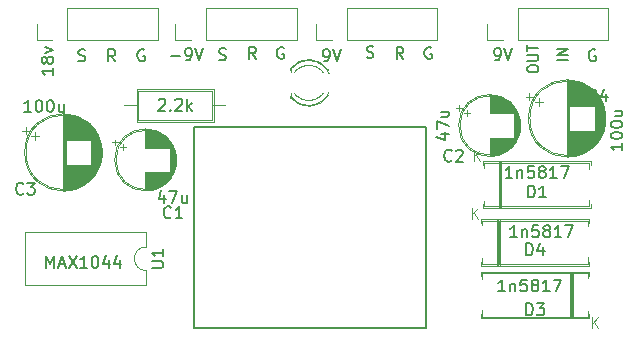
<source format=gbr>
G04 #@! TF.GenerationSoftware,KiCad,Pcbnew,7.0.11+dfsg-1build4*
G04 #@! TF.CreationDate,2026-02-13T01:43:53-05:00*
G04 #@! TF.ProjectId,stomp-chargepump,73746f6d-702d-4636-9861-72676570756d,rev?*
G04 #@! TF.SameCoordinates,Original*
G04 #@! TF.FileFunction,Legend,Top*
G04 #@! TF.FilePolarity,Positive*
%FSLAX46Y46*%
G04 Gerber Fmt 4.6, Leading zero omitted, Abs format (unit mm)*
G04 Created by KiCad (PCBNEW 7.0.11+dfsg-1build4) date 2026-02-13 01:43:53*
%MOMM*%
%LPD*%
G01*
G04 APERTURE LIST*
%ADD10C,0.150000*%
%ADD11C,0.100000*%
%ADD12C,0.120000*%
%ADD13C,0.203200*%
%ADD14R,1.700000X1.700000*%
%ADD15O,1.700000X1.700000*%
%ADD16R,1.600000X1.600000*%
%ADD17C,1.600000*%
%ADD18R,1.600000X2.400000*%
%ADD19O,1.600000X2.400000*%
%ADD20R,2.800000X2.800000*%
%ADD21O,2.800000X2.800000*%
%ADD22R,1.800000X1.800000*%
%ADD23C,1.800000*%
%ADD24O,1.600000X1.600000*%
%ADD25O,3.203200X2.203200*%
G04 APERTURE END LIST*
D10*
X126284398Y-73569819D02*
X126474874Y-73569819D01*
X126474874Y-73569819D02*
X126570112Y-73522200D01*
X126570112Y-73522200D02*
X126617731Y-73474580D01*
X126617731Y-73474580D02*
X126712969Y-73331723D01*
X126712969Y-73331723D02*
X126760588Y-73141247D01*
X126760588Y-73141247D02*
X126760588Y-72760295D01*
X126760588Y-72760295D02*
X126712969Y-72665057D01*
X126712969Y-72665057D02*
X126665350Y-72617438D01*
X126665350Y-72617438D02*
X126570112Y-72569819D01*
X126570112Y-72569819D02*
X126379636Y-72569819D01*
X126379636Y-72569819D02*
X126284398Y-72617438D01*
X126284398Y-72617438D02*
X126236779Y-72665057D01*
X126236779Y-72665057D02*
X126189160Y-72760295D01*
X126189160Y-72760295D02*
X126189160Y-72998390D01*
X126189160Y-72998390D02*
X126236779Y-73093628D01*
X126236779Y-73093628D02*
X126284398Y-73141247D01*
X126284398Y-73141247D02*
X126379636Y-73188866D01*
X126379636Y-73188866D02*
X126570112Y-73188866D01*
X126570112Y-73188866D02*
X126665350Y-73141247D01*
X126665350Y-73141247D02*
X126712969Y-73093628D01*
X126712969Y-73093628D02*
X126760588Y-72998390D01*
X127046303Y-72569819D02*
X127379636Y-73569819D01*
X127379636Y-73569819D02*
X127712969Y-72569819D01*
X117389160Y-73422200D02*
X117532017Y-73469819D01*
X117532017Y-73469819D02*
X117770112Y-73469819D01*
X117770112Y-73469819D02*
X117865350Y-73422200D01*
X117865350Y-73422200D02*
X117912969Y-73374580D01*
X117912969Y-73374580D02*
X117960588Y-73279342D01*
X117960588Y-73279342D02*
X117960588Y-73184104D01*
X117960588Y-73184104D02*
X117912969Y-73088866D01*
X117912969Y-73088866D02*
X117865350Y-73041247D01*
X117865350Y-73041247D02*
X117770112Y-72993628D01*
X117770112Y-72993628D02*
X117579636Y-72946009D01*
X117579636Y-72946009D02*
X117484398Y-72898390D01*
X117484398Y-72898390D02*
X117436779Y-72850771D01*
X117436779Y-72850771D02*
X117389160Y-72755533D01*
X117389160Y-72755533D02*
X117389160Y-72660295D01*
X117389160Y-72660295D02*
X117436779Y-72565057D01*
X117436779Y-72565057D02*
X117484398Y-72517438D01*
X117484398Y-72517438D02*
X117579636Y-72469819D01*
X117579636Y-72469819D02*
X117817731Y-72469819D01*
X117817731Y-72469819D02*
X117960588Y-72517438D01*
X140784398Y-73469819D02*
X140974874Y-73469819D01*
X140974874Y-73469819D02*
X141070112Y-73422200D01*
X141070112Y-73422200D02*
X141117731Y-73374580D01*
X141117731Y-73374580D02*
X141212969Y-73231723D01*
X141212969Y-73231723D02*
X141260588Y-73041247D01*
X141260588Y-73041247D02*
X141260588Y-72660295D01*
X141260588Y-72660295D02*
X141212969Y-72565057D01*
X141212969Y-72565057D02*
X141165350Y-72517438D01*
X141165350Y-72517438D02*
X141070112Y-72469819D01*
X141070112Y-72469819D02*
X140879636Y-72469819D01*
X140879636Y-72469819D02*
X140784398Y-72517438D01*
X140784398Y-72517438D02*
X140736779Y-72565057D01*
X140736779Y-72565057D02*
X140689160Y-72660295D01*
X140689160Y-72660295D02*
X140689160Y-72898390D01*
X140689160Y-72898390D02*
X140736779Y-72993628D01*
X140736779Y-72993628D02*
X140784398Y-73041247D01*
X140784398Y-73041247D02*
X140879636Y-73088866D01*
X140879636Y-73088866D02*
X141070112Y-73088866D01*
X141070112Y-73088866D02*
X141165350Y-73041247D01*
X141165350Y-73041247D02*
X141212969Y-72993628D01*
X141212969Y-72993628D02*
X141260588Y-72898390D01*
X141546303Y-72469819D02*
X141879636Y-73469819D01*
X141879636Y-73469819D02*
X142212969Y-72469819D01*
X105489160Y-73522200D02*
X105632017Y-73569819D01*
X105632017Y-73569819D02*
X105870112Y-73569819D01*
X105870112Y-73569819D02*
X105965350Y-73522200D01*
X105965350Y-73522200D02*
X106012969Y-73474580D01*
X106012969Y-73474580D02*
X106060588Y-73379342D01*
X106060588Y-73379342D02*
X106060588Y-73284104D01*
X106060588Y-73284104D02*
X106012969Y-73188866D01*
X106012969Y-73188866D02*
X105965350Y-73141247D01*
X105965350Y-73141247D02*
X105870112Y-73093628D01*
X105870112Y-73093628D02*
X105679636Y-73046009D01*
X105679636Y-73046009D02*
X105584398Y-72998390D01*
X105584398Y-72998390D02*
X105536779Y-72950771D01*
X105536779Y-72950771D02*
X105489160Y-72855533D01*
X105489160Y-72855533D02*
X105489160Y-72760295D01*
X105489160Y-72760295D02*
X105536779Y-72665057D01*
X105536779Y-72665057D02*
X105584398Y-72617438D01*
X105584398Y-72617438D02*
X105679636Y-72569819D01*
X105679636Y-72569819D02*
X105917731Y-72569819D01*
X105917731Y-72569819D02*
X106060588Y-72617438D01*
X122860588Y-72417438D02*
X122765350Y-72369819D01*
X122765350Y-72369819D02*
X122622493Y-72369819D01*
X122622493Y-72369819D02*
X122479636Y-72417438D01*
X122479636Y-72417438D02*
X122384398Y-72512676D01*
X122384398Y-72512676D02*
X122336779Y-72607914D01*
X122336779Y-72607914D02*
X122289160Y-72798390D01*
X122289160Y-72798390D02*
X122289160Y-72941247D01*
X122289160Y-72941247D02*
X122336779Y-73131723D01*
X122336779Y-73131723D02*
X122384398Y-73226961D01*
X122384398Y-73226961D02*
X122479636Y-73322200D01*
X122479636Y-73322200D02*
X122622493Y-73369819D01*
X122622493Y-73369819D02*
X122717731Y-73369819D01*
X122717731Y-73369819D02*
X122860588Y-73322200D01*
X122860588Y-73322200D02*
X122908207Y-73274580D01*
X122908207Y-73274580D02*
X122908207Y-72941247D01*
X122908207Y-72941247D02*
X122717731Y-72941247D01*
X133008207Y-73369819D02*
X132674874Y-72893628D01*
X132436779Y-73369819D02*
X132436779Y-72369819D01*
X132436779Y-72369819D02*
X132817731Y-72369819D01*
X132817731Y-72369819D02*
X132912969Y-72417438D01*
X132912969Y-72417438D02*
X132960588Y-72465057D01*
X132960588Y-72465057D02*
X133008207Y-72560295D01*
X133008207Y-72560295D02*
X133008207Y-72703152D01*
X133008207Y-72703152D02*
X132960588Y-72798390D01*
X132960588Y-72798390D02*
X132912969Y-72846009D01*
X132912969Y-72846009D02*
X132817731Y-72893628D01*
X132817731Y-72893628D02*
X132436779Y-72893628D01*
X129889160Y-73222200D02*
X130032017Y-73269819D01*
X130032017Y-73269819D02*
X130270112Y-73269819D01*
X130270112Y-73269819D02*
X130365350Y-73222200D01*
X130365350Y-73222200D02*
X130412969Y-73174580D01*
X130412969Y-73174580D02*
X130460588Y-73079342D01*
X130460588Y-73079342D02*
X130460588Y-72984104D01*
X130460588Y-72984104D02*
X130412969Y-72888866D01*
X130412969Y-72888866D02*
X130365350Y-72841247D01*
X130365350Y-72841247D02*
X130270112Y-72793628D01*
X130270112Y-72793628D02*
X130079636Y-72746009D01*
X130079636Y-72746009D02*
X129984398Y-72698390D01*
X129984398Y-72698390D02*
X129936779Y-72650771D01*
X129936779Y-72650771D02*
X129889160Y-72555533D01*
X129889160Y-72555533D02*
X129889160Y-72460295D01*
X129889160Y-72460295D02*
X129936779Y-72365057D01*
X129936779Y-72365057D02*
X129984398Y-72317438D01*
X129984398Y-72317438D02*
X130079636Y-72269819D01*
X130079636Y-72269819D02*
X130317731Y-72269819D01*
X130317731Y-72269819D02*
X130460588Y-72317438D01*
X108608207Y-73569819D02*
X108274874Y-73093628D01*
X108036779Y-73569819D02*
X108036779Y-72569819D01*
X108036779Y-72569819D02*
X108417731Y-72569819D01*
X108417731Y-72569819D02*
X108512969Y-72617438D01*
X108512969Y-72617438D02*
X108560588Y-72665057D01*
X108560588Y-72665057D02*
X108608207Y-72760295D01*
X108608207Y-72760295D02*
X108608207Y-72903152D01*
X108608207Y-72903152D02*
X108560588Y-72998390D01*
X108560588Y-72998390D02*
X108512969Y-73046009D01*
X108512969Y-73046009D02*
X108417731Y-73093628D01*
X108417731Y-73093628D02*
X108036779Y-73093628D01*
X103369819Y-74139411D02*
X103369819Y-74710839D01*
X103369819Y-74425125D02*
X102369819Y-74425125D01*
X102369819Y-74425125D02*
X102512676Y-74520363D01*
X102512676Y-74520363D02*
X102607914Y-74615601D01*
X102607914Y-74615601D02*
X102655533Y-74710839D01*
X102798390Y-73567982D02*
X102750771Y-73663220D01*
X102750771Y-73663220D02*
X102703152Y-73710839D01*
X102703152Y-73710839D02*
X102607914Y-73758458D01*
X102607914Y-73758458D02*
X102560295Y-73758458D01*
X102560295Y-73758458D02*
X102465057Y-73710839D01*
X102465057Y-73710839D02*
X102417438Y-73663220D01*
X102417438Y-73663220D02*
X102369819Y-73567982D01*
X102369819Y-73567982D02*
X102369819Y-73377506D01*
X102369819Y-73377506D02*
X102417438Y-73282268D01*
X102417438Y-73282268D02*
X102465057Y-73234649D01*
X102465057Y-73234649D02*
X102560295Y-73187030D01*
X102560295Y-73187030D02*
X102607914Y-73187030D01*
X102607914Y-73187030D02*
X102703152Y-73234649D01*
X102703152Y-73234649D02*
X102750771Y-73282268D01*
X102750771Y-73282268D02*
X102798390Y-73377506D01*
X102798390Y-73377506D02*
X102798390Y-73567982D01*
X102798390Y-73567982D02*
X102846009Y-73663220D01*
X102846009Y-73663220D02*
X102893628Y-73710839D01*
X102893628Y-73710839D02*
X102988866Y-73758458D01*
X102988866Y-73758458D02*
X103179342Y-73758458D01*
X103179342Y-73758458D02*
X103274580Y-73710839D01*
X103274580Y-73710839D02*
X103322200Y-73663220D01*
X103322200Y-73663220D02*
X103369819Y-73567982D01*
X103369819Y-73567982D02*
X103369819Y-73377506D01*
X103369819Y-73377506D02*
X103322200Y-73282268D01*
X103322200Y-73282268D02*
X103274580Y-73234649D01*
X103274580Y-73234649D02*
X103179342Y-73187030D01*
X103179342Y-73187030D02*
X102988866Y-73187030D01*
X102988866Y-73187030D02*
X102893628Y-73234649D01*
X102893628Y-73234649D02*
X102846009Y-73282268D01*
X102846009Y-73282268D02*
X102798390Y-73377506D01*
X102703152Y-72853696D02*
X103369819Y-72615601D01*
X103369819Y-72615601D02*
X102703152Y-72377506D01*
X146908557Y-73471428D02*
X146008557Y-73471428D01*
X146908557Y-73042857D02*
X146008557Y-73042857D01*
X146008557Y-73042857D02*
X146908557Y-72528571D01*
X146908557Y-72528571D02*
X146008557Y-72528571D01*
X149260588Y-72617438D02*
X149165350Y-72569819D01*
X149165350Y-72569819D02*
X149022493Y-72569819D01*
X149022493Y-72569819D02*
X148879636Y-72617438D01*
X148879636Y-72617438D02*
X148784398Y-72712676D01*
X148784398Y-72712676D02*
X148736779Y-72807914D01*
X148736779Y-72807914D02*
X148689160Y-72998390D01*
X148689160Y-72998390D02*
X148689160Y-73141247D01*
X148689160Y-73141247D02*
X148736779Y-73331723D01*
X148736779Y-73331723D02*
X148784398Y-73426961D01*
X148784398Y-73426961D02*
X148879636Y-73522200D01*
X148879636Y-73522200D02*
X149022493Y-73569819D01*
X149022493Y-73569819D02*
X149117731Y-73569819D01*
X149117731Y-73569819D02*
X149260588Y-73522200D01*
X149260588Y-73522200D02*
X149308207Y-73474580D01*
X149308207Y-73474580D02*
X149308207Y-73141247D01*
X149308207Y-73141247D02*
X149117731Y-73141247D01*
X111060588Y-72617438D02*
X110965350Y-72569819D01*
X110965350Y-72569819D02*
X110822493Y-72569819D01*
X110822493Y-72569819D02*
X110679636Y-72617438D01*
X110679636Y-72617438D02*
X110584398Y-72712676D01*
X110584398Y-72712676D02*
X110536779Y-72807914D01*
X110536779Y-72807914D02*
X110489160Y-72998390D01*
X110489160Y-72998390D02*
X110489160Y-73141247D01*
X110489160Y-73141247D02*
X110536779Y-73331723D01*
X110536779Y-73331723D02*
X110584398Y-73426961D01*
X110584398Y-73426961D02*
X110679636Y-73522200D01*
X110679636Y-73522200D02*
X110822493Y-73569819D01*
X110822493Y-73569819D02*
X110917731Y-73569819D01*
X110917731Y-73569819D02*
X111060588Y-73522200D01*
X111060588Y-73522200D02*
X111108207Y-73474580D01*
X111108207Y-73474580D02*
X111108207Y-73141247D01*
X111108207Y-73141247D02*
X110917731Y-73141247D01*
X113336779Y-73088866D02*
X114098684Y-73088866D01*
X114622493Y-73469819D02*
X114812969Y-73469819D01*
X114812969Y-73469819D02*
X114908207Y-73422200D01*
X114908207Y-73422200D02*
X114955826Y-73374580D01*
X114955826Y-73374580D02*
X115051064Y-73231723D01*
X115051064Y-73231723D02*
X115098683Y-73041247D01*
X115098683Y-73041247D02*
X115098683Y-72660295D01*
X115098683Y-72660295D02*
X115051064Y-72565057D01*
X115051064Y-72565057D02*
X115003445Y-72517438D01*
X115003445Y-72517438D02*
X114908207Y-72469819D01*
X114908207Y-72469819D02*
X114717731Y-72469819D01*
X114717731Y-72469819D02*
X114622493Y-72517438D01*
X114622493Y-72517438D02*
X114574874Y-72565057D01*
X114574874Y-72565057D02*
X114527255Y-72660295D01*
X114527255Y-72660295D02*
X114527255Y-72898390D01*
X114527255Y-72898390D02*
X114574874Y-72993628D01*
X114574874Y-72993628D02*
X114622493Y-73041247D01*
X114622493Y-73041247D02*
X114717731Y-73088866D01*
X114717731Y-73088866D02*
X114908207Y-73088866D01*
X114908207Y-73088866D02*
X115003445Y-73041247D01*
X115003445Y-73041247D02*
X115051064Y-72993628D01*
X115051064Y-72993628D02*
X115098683Y-72898390D01*
X115384398Y-72469819D02*
X115717731Y-73469819D01*
X115717731Y-73469819D02*
X116051064Y-72469819D01*
X120508207Y-73369819D02*
X120174874Y-72893628D01*
X119936779Y-73369819D02*
X119936779Y-72369819D01*
X119936779Y-72369819D02*
X120317731Y-72369819D01*
X120317731Y-72369819D02*
X120412969Y-72417438D01*
X120412969Y-72417438D02*
X120460588Y-72465057D01*
X120460588Y-72465057D02*
X120508207Y-72560295D01*
X120508207Y-72560295D02*
X120508207Y-72703152D01*
X120508207Y-72703152D02*
X120460588Y-72798390D01*
X120460588Y-72798390D02*
X120412969Y-72846009D01*
X120412969Y-72846009D02*
X120317731Y-72893628D01*
X120317731Y-72893628D02*
X119936779Y-72893628D01*
X143508557Y-74299999D02*
X143508557Y-74128571D01*
X143508557Y-74128571D02*
X143551414Y-74042856D01*
X143551414Y-74042856D02*
X143637128Y-73957142D01*
X143637128Y-73957142D02*
X143808557Y-73914285D01*
X143808557Y-73914285D02*
X144108557Y-73914285D01*
X144108557Y-73914285D02*
X144279985Y-73957142D01*
X144279985Y-73957142D02*
X144365700Y-74042856D01*
X144365700Y-74042856D02*
X144408557Y-74128571D01*
X144408557Y-74128571D02*
X144408557Y-74299999D01*
X144408557Y-74299999D02*
X144365700Y-74385714D01*
X144365700Y-74385714D02*
X144279985Y-74471428D01*
X144279985Y-74471428D02*
X144108557Y-74514285D01*
X144108557Y-74514285D02*
X143808557Y-74514285D01*
X143808557Y-74514285D02*
X143637128Y-74471428D01*
X143637128Y-74471428D02*
X143551414Y-74385714D01*
X143551414Y-74385714D02*
X143508557Y-74299999D01*
X143508557Y-73528571D02*
X144237128Y-73528571D01*
X144237128Y-73528571D02*
X144322842Y-73485714D01*
X144322842Y-73485714D02*
X144365700Y-73442857D01*
X144365700Y-73442857D02*
X144408557Y-73357142D01*
X144408557Y-73357142D02*
X144408557Y-73185714D01*
X144408557Y-73185714D02*
X144365700Y-73099999D01*
X144365700Y-73099999D02*
X144322842Y-73057142D01*
X144322842Y-73057142D02*
X144237128Y-73014285D01*
X144237128Y-73014285D02*
X143508557Y-73014285D01*
X143508557Y-72714285D02*
X143508557Y-72200000D01*
X144408557Y-72457142D02*
X143508557Y-72457142D01*
X135360588Y-72417438D02*
X135265350Y-72369819D01*
X135265350Y-72369819D02*
X135122493Y-72369819D01*
X135122493Y-72369819D02*
X134979636Y-72417438D01*
X134979636Y-72417438D02*
X134884398Y-72512676D01*
X134884398Y-72512676D02*
X134836779Y-72607914D01*
X134836779Y-72607914D02*
X134789160Y-72798390D01*
X134789160Y-72798390D02*
X134789160Y-72941247D01*
X134789160Y-72941247D02*
X134836779Y-73131723D01*
X134836779Y-73131723D02*
X134884398Y-73226961D01*
X134884398Y-73226961D02*
X134979636Y-73322200D01*
X134979636Y-73322200D02*
X135122493Y-73369819D01*
X135122493Y-73369819D02*
X135217731Y-73369819D01*
X135217731Y-73369819D02*
X135360588Y-73322200D01*
X135360588Y-73322200D02*
X135408207Y-73274580D01*
X135408207Y-73274580D02*
X135408207Y-72941247D01*
X135408207Y-72941247D02*
X135217731Y-72941247D01*
X149341954Y-76869580D02*
X149294335Y-76917200D01*
X149294335Y-76917200D02*
X149151478Y-76964819D01*
X149151478Y-76964819D02*
X149056240Y-76964819D01*
X149056240Y-76964819D02*
X148913383Y-76917200D01*
X148913383Y-76917200D02*
X148818145Y-76821961D01*
X148818145Y-76821961D02*
X148770526Y-76726723D01*
X148770526Y-76726723D02*
X148722907Y-76536247D01*
X148722907Y-76536247D02*
X148722907Y-76393390D01*
X148722907Y-76393390D02*
X148770526Y-76202914D01*
X148770526Y-76202914D02*
X148818145Y-76107676D01*
X148818145Y-76107676D02*
X148913383Y-76012438D01*
X148913383Y-76012438D02*
X149056240Y-75964819D01*
X149056240Y-75964819D02*
X149151478Y-75964819D01*
X149151478Y-75964819D02*
X149294335Y-76012438D01*
X149294335Y-76012438D02*
X149341954Y-76060057D01*
X150199097Y-76298152D02*
X150199097Y-76964819D01*
X149961002Y-75917200D02*
X149722907Y-76631485D01*
X149722907Y-76631485D02*
X150341954Y-76631485D01*
X151554819Y-80519047D02*
X151554819Y-81090475D01*
X151554819Y-80804761D02*
X150554819Y-80804761D01*
X150554819Y-80804761D02*
X150697676Y-80899999D01*
X150697676Y-80899999D02*
X150792914Y-80995237D01*
X150792914Y-80995237D02*
X150840533Y-81090475D01*
X150554819Y-79899999D02*
X150554819Y-79804761D01*
X150554819Y-79804761D02*
X150602438Y-79709523D01*
X150602438Y-79709523D02*
X150650057Y-79661904D01*
X150650057Y-79661904D02*
X150745295Y-79614285D01*
X150745295Y-79614285D02*
X150935771Y-79566666D01*
X150935771Y-79566666D02*
X151173866Y-79566666D01*
X151173866Y-79566666D02*
X151364342Y-79614285D01*
X151364342Y-79614285D02*
X151459580Y-79661904D01*
X151459580Y-79661904D02*
X151507200Y-79709523D01*
X151507200Y-79709523D02*
X151554819Y-79804761D01*
X151554819Y-79804761D02*
X151554819Y-79899999D01*
X151554819Y-79899999D02*
X151507200Y-79995237D01*
X151507200Y-79995237D02*
X151459580Y-80042856D01*
X151459580Y-80042856D02*
X151364342Y-80090475D01*
X151364342Y-80090475D02*
X151173866Y-80138094D01*
X151173866Y-80138094D02*
X150935771Y-80138094D01*
X150935771Y-80138094D02*
X150745295Y-80090475D01*
X150745295Y-80090475D02*
X150650057Y-80042856D01*
X150650057Y-80042856D02*
X150602438Y-79995237D01*
X150602438Y-79995237D02*
X150554819Y-79899999D01*
X150554819Y-78947618D02*
X150554819Y-78852380D01*
X150554819Y-78852380D02*
X150602438Y-78757142D01*
X150602438Y-78757142D02*
X150650057Y-78709523D01*
X150650057Y-78709523D02*
X150745295Y-78661904D01*
X150745295Y-78661904D02*
X150935771Y-78614285D01*
X150935771Y-78614285D02*
X151173866Y-78614285D01*
X151173866Y-78614285D02*
X151364342Y-78661904D01*
X151364342Y-78661904D02*
X151459580Y-78709523D01*
X151459580Y-78709523D02*
X151507200Y-78757142D01*
X151507200Y-78757142D02*
X151554819Y-78852380D01*
X151554819Y-78852380D02*
X151554819Y-78947618D01*
X151554819Y-78947618D02*
X151507200Y-79042856D01*
X151507200Y-79042856D02*
X151459580Y-79090475D01*
X151459580Y-79090475D02*
X151364342Y-79138094D01*
X151364342Y-79138094D02*
X151173866Y-79185713D01*
X151173866Y-79185713D02*
X150935771Y-79185713D01*
X150935771Y-79185713D02*
X150745295Y-79138094D01*
X150745295Y-79138094D02*
X150650057Y-79090475D01*
X150650057Y-79090475D02*
X150602438Y-79042856D01*
X150602438Y-79042856D02*
X150554819Y-78947618D01*
X150888152Y-77757142D02*
X151554819Y-77757142D01*
X150888152Y-78185713D02*
X151411961Y-78185713D01*
X151411961Y-78185713D02*
X151507200Y-78138094D01*
X151507200Y-78138094D02*
X151554819Y-78042856D01*
X151554819Y-78042856D02*
X151554819Y-77899999D01*
X151554819Y-77899999D02*
X151507200Y-77804761D01*
X151507200Y-77804761D02*
X151459580Y-77757142D01*
X111684819Y-91046904D02*
X112494342Y-91046904D01*
X112494342Y-91046904D02*
X112589580Y-90999285D01*
X112589580Y-90999285D02*
X112637200Y-90951666D01*
X112637200Y-90951666D02*
X112684819Y-90856428D01*
X112684819Y-90856428D02*
X112684819Y-90665952D01*
X112684819Y-90665952D02*
X112637200Y-90570714D01*
X112637200Y-90570714D02*
X112589580Y-90523095D01*
X112589580Y-90523095D02*
X112494342Y-90475476D01*
X112494342Y-90475476D02*
X111684819Y-90475476D01*
X112684819Y-89475476D02*
X112684819Y-90046904D01*
X112684819Y-89761190D02*
X111684819Y-89761190D01*
X111684819Y-89761190D02*
X111827676Y-89856428D01*
X111827676Y-89856428D02*
X111922914Y-89951666D01*
X111922914Y-89951666D02*
X111970533Y-90046904D01*
X102757143Y-91054819D02*
X102757143Y-90054819D01*
X102757143Y-90054819D02*
X103090476Y-90769104D01*
X103090476Y-90769104D02*
X103423809Y-90054819D01*
X103423809Y-90054819D02*
X103423809Y-91054819D01*
X103852381Y-90769104D02*
X104328571Y-90769104D01*
X103757143Y-91054819D02*
X104090476Y-90054819D01*
X104090476Y-90054819D02*
X104423809Y-91054819D01*
X104661905Y-90054819D02*
X105328571Y-91054819D01*
X105328571Y-90054819D02*
X104661905Y-91054819D01*
X106233333Y-91054819D02*
X105661905Y-91054819D01*
X105947619Y-91054819D02*
X105947619Y-90054819D01*
X105947619Y-90054819D02*
X105852381Y-90197676D01*
X105852381Y-90197676D02*
X105757143Y-90292914D01*
X105757143Y-90292914D02*
X105661905Y-90340533D01*
X106852381Y-90054819D02*
X106947619Y-90054819D01*
X106947619Y-90054819D02*
X107042857Y-90102438D01*
X107042857Y-90102438D02*
X107090476Y-90150057D01*
X107090476Y-90150057D02*
X107138095Y-90245295D01*
X107138095Y-90245295D02*
X107185714Y-90435771D01*
X107185714Y-90435771D02*
X107185714Y-90673866D01*
X107185714Y-90673866D02*
X107138095Y-90864342D01*
X107138095Y-90864342D02*
X107090476Y-90959580D01*
X107090476Y-90959580D02*
X107042857Y-91007200D01*
X107042857Y-91007200D02*
X106947619Y-91054819D01*
X106947619Y-91054819D02*
X106852381Y-91054819D01*
X106852381Y-91054819D02*
X106757143Y-91007200D01*
X106757143Y-91007200D02*
X106709524Y-90959580D01*
X106709524Y-90959580D02*
X106661905Y-90864342D01*
X106661905Y-90864342D02*
X106614286Y-90673866D01*
X106614286Y-90673866D02*
X106614286Y-90435771D01*
X106614286Y-90435771D02*
X106661905Y-90245295D01*
X106661905Y-90245295D02*
X106709524Y-90150057D01*
X106709524Y-90150057D02*
X106757143Y-90102438D01*
X106757143Y-90102438D02*
X106852381Y-90054819D01*
X108042857Y-90388152D02*
X108042857Y-91054819D01*
X107804762Y-90007200D02*
X107566667Y-90721485D01*
X107566667Y-90721485D02*
X108185714Y-90721485D01*
X108995238Y-90388152D02*
X108995238Y-91054819D01*
X108757143Y-90007200D02*
X108519048Y-90721485D01*
X108519048Y-90721485D02*
X109138095Y-90721485D01*
X143406905Y-95069819D02*
X143406905Y-94069819D01*
X143406905Y-94069819D02*
X143645000Y-94069819D01*
X143645000Y-94069819D02*
X143787857Y-94117438D01*
X143787857Y-94117438D02*
X143883095Y-94212676D01*
X143883095Y-94212676D02*
X143930714Y-94307914D01*
X143930714Y-94307914D02*
X143978333Y-94498390D01*
X143978333Y-94498390D02*
X143978333Y-94641247D01*
X143978333Y-94641247D02*
X143930714Y-94831723D01*
X143930714Y-94831723D02*
X143883095Y-94926961D01*
X143883095Y-94926961D02*
X143787857Y-95022200D01*
X143787857Y-95022200D02*
X143645000Y-95069819D01*
X143645000Y-95069819D02*
X143406905Y-95069819D01*
X144311667Y-94069819D02*
X144930714Y-94069819D01*
X144930714Y-94069819D02*
X144597381Y-94450771D01*
X144597381Y-94450771D02*
X144740238Y-94450771D01*
X144740238Y-94450771D02*
X144835476Y-94498390D01*
X144835476Y-94498390D02*
X144883095Y-94546009D01*
X144883095Y-94546009D02*
X144930714Y-94641247D01*
X144930714Y-94641247D02*
X144930714Y-94879342D01*
X144930714Y-94879342D02*
X144883095Y-94974580D01*
X144883095Y-94974580D02*
X144835476Y-95022200D01*
X144835476Y-95022200D02*
X144740238Y-95069819D01*
X144740238Y-95069819D02*
X144454524Y-95069819D01*
X144454524Y-95069819D02*
X144359286Y-95022200D01*
X144359286Y-95022200D02*
X144311667Y-94974580D01*
X141628571Y-93054819D02*
X141057143Y-93054819D01*
X141342857Y-93054819D02*
X141342857Y-92054819D01*
X141342857Y-92054819D02*
X141247619Y-92197676D01*
X141247619Y-92197676D02*
X141152381Y-92292914D01*
X141152381Y-92292914D02*
X141057143Y-92340533D01*
X142057143Y-92388152D02*
X142057143Y-93054819D01*
X142057143Y-92483390D02*
X142104762Y-92435771D01*
X142104762Y-92435771D02*
X142200000Y-92388152D01*
X142200000Y-92388152D02*
X142342857Y-92388152D01*
X142342857Y-92388152D02*
X142438095Y-92435771D01*
X142438095Y-92435771D02*
X142485714Y-92531009D01*
X142485714Y-92531009D02*
X142485714Y-93054819D01*
X143438095Y-92054819D02*
X142961905Y-92054819D01*
X142961905Y-92054819D02*
X142914286Y-92531009D01*
X142914286Y-92531009D02*
X142961905Y-92483390D01*
X142961905Y-92483390D02*
X143057143Y-92435771D01*
X143057143Y-92435771D02*
X143295238Y-92435771D01*
X143295238Y-92435771D02*
X143390476Y-92483390D01*
X143390476Y-92483390D02*
X143438095Y-92531009D01*
X143438095Y-92531009D02*
X143485714Y-92626247D01*
X143485714Y-92626247D02*
X143485714Y-92864342D01*
X143485714Y-92864342D02*
X143438095Y-92959580D01*
X143438095Y-92959580D02*
X143390476Y-93007200D01*
X143390476Y-93007200D02*
X143295238Y-93054819D01*
X143295238Y-93054819D02*
X143057143Y-93054819D01*
X143057143Y-93054819D02*
X142961905Y-93007200D01*
X142961905Y-93007200D02*
X142914286Y-92959580D01*
X144057143Y-92483390D02*
X143961905Y-92435771D01*
X143961905Y-92435771D02*
X143914286Y-92388152D01*
X143914286Y-92388152D02*
X143866667Y-92292914D01*
X143866667Y-92292914D02*
X143866667Y-92245295D01*
X143866667Y-92245295D02*
X143914286Y-92150057D01*
X143914286Y-92150057D02*
X143961905Y-92102438D01*
X143961905Y-92102438D02*
X144057143Y-92054819D01*
X144057143Y-92054819D02*
X144247619Y-92054819D01*
X144247619Y-92054819D02*
X144342857Y-92102438D01*
X144342857Y-92102438D02*
X144390476Y-92150057D01*
X144390476Y-92150057D02*
X144438095Y-92245295D01*
X144438095Y-92245295D02*
X144438095Y-92292914D01*
X144438095Y-92292914D02*
X144390476Y-92388152D01*
X144390476Y-92388152D02*
X144342857Y-92435771D01*
X144342857Y-92435771D02*
X144247619Y-92483390D01*
X144247619Y-92483390D02*
X144057143Y-92483390D01*
X144057143Y-92483390D02*
X143961905Y-92531009D01*
X143961905Y-92531009D02*
X143914286Y-92578628D01*
X143914286Y-92578628D02*
X143866667Y-92673866D01*
X143866667Y-92673866D02*
X143866667Y-92864342D01*
X143866667Y-92864342D02*
X143914286Y-92959580D01*
X143914286Y-92959580D02*
X143961905Y-93007200D01*
X143961905Y-93007200D02*
X144057143Y-93054819D01*
X144057143Y-93054819D02*
X144247619Y-93054819D01*
X144247619Y-93054819D02*
X144342857Y-93007200D01*
X144342857Y-93007200D02*
X144390476Y-92959580D01*
X144390476Y-92959580D02*
X144438095Y-92864342D01*
X144438095Y-92864342D02*
X144438095Y-92673866D01*
X144438095Y-92673866D02*
X144390476Y-92578628D01*
X144390476Y-92578628D02*
X144342857Y-92531009D01*
X144342857Y-92531009D02*
X144247619Y-92483390D01*
X145390476Y-93054819D02*
X144819048Y-93054819D01*
X145104762Y-93054819D02*
X145104762Y-92054819D01*
X145104762Y-92054819D02*
X145009524Y-92197676D01*
X145009524Y-92197676D02*
X144914286Y-92292914D01*
X144914286Y-92292914D02*
X144819048Y-92340533D01*
X145723810Y-92054819D02*
X146390476Y-92054819D01*
X146390476Y-92054819D02*
X145961905Y-93054819D01*
D11*
X148989285Y-96156157D02*
X148989285Y-95256157D01*
X149503571Y-96156157D02*
X149117857Y-95641871D01*
X149503571Y-95256157D02*
X148989285Y-95770442D01*
X148989285Y-96156157D02*
X148989285Y-95256157D01*
X149503571Y-96156157D02*
X149117857Y-95641871D01*
X149503571Y-95256157D02*
X148989285Y-95770442D01*
D10*
X113333333Y-86759580D02*
X113285714Y-86807200D01*
X113285714Y-86807200D02*
X113142857Y-86854819D01*
X113142857Y-86854819D02*
X113047619Y-86854819D01*
X113047619Y-86854819D02*
X112904762Y-86807200D01*
X112904762Y-86807200D02*
X112809524Y-86711961D01*
X112809524Y-86711961D02*
X112761905Y-86616723D01*
X112761905Y-86616723D02*
X112714286Y-86426247D01*
X112714286Y-86426247D02*
X112714286Y-86283390D01*
X112714286Y-86283390D02*
X112761905Y-86092914D01*
X112761905Y-86092914D02*
X112809524Y-85997676D01*
X112809524Y-85997676D02*
X112904762Y-85902438D01*
X112904762Y-85902438D02*
X113047619Y-85854819D01*
X113047619Y-85854819D02*
X113142857Y-85854819D01*
X113142857Y-85854819D02*
X113285714Y-85902438D01*
X113285714Y-85902438D02*
X113333333Y-85950057D01*
X114285714Y-86854819D02*
X113714286Y-86854819D01*
X114000000Y-86854819D02*
X114000000Y-85854819D01*
X114000000Y-85854819D02*
X113904762Y-85997676D01*
X113904762Y-85997676D02*
X113809524Y-86092914D01*
X113809524Y-86092914D02*
X113714286Y-86140533D01*
X112761904Y-84888152D02*
X112761904Y-85554819D01*
X112523809Y-84507200D02*
X112285714Y-85221485D01*
X112285714Y-85221485D02*
X112904761Y-85221485D01*
X113190476Y-84554819D02*
X113857142Y-84554819D01*
X113857142Y-84554819D02*
X113428571Y-85554819D01*
X114666666Y-84888152D02*
X114666666Y-85554819D01*
X114238095Y-84888152D02*
X114238095Y-85411961D01*
X114238095Y-85411961D02*
X114285714Y-85507200D01*
X114285714Y-85507200D02*
X114380952Y-85554819D01*
X114380952Y-85554819D02*
X114523809Y-85554819D01*
X114523809Y-85554819D02*
X114619047Y-85507200D01*
X114619047Y-85507200D02*
X114666666Y-85459580D01*
X100833333Y-84759580D02*
X100785714Y-84807200D01*
X100785714Y-84807200D02*
X100642857Y-84854819D01*
X100642857Y-84854819D02*
X100547619Y-84854819D01*
X100547619Y-84854819D02*
X100404762Y-84807200D01*
X100404762Y-84807200D02*
X100309524Y-84711961D01*
X100309524Y-84711961D02*
X100261905Y-84616723D01*
X100261905Y-84616723D02*
X100214286Y-84426247D01*
X100214286Y-84426247D02*
X100214286Y-84283390D01*
X100214286Y-84283390D02*
X100261905Y-84092914D01*
X100261905Y-84092914D02*
X100309524Y-83997676D01*
X100309524Y-83997676D02*
X100404762Y-83902438D01*
X100404762Y-83902438D02*
X100547619Y-83854819D01*
X100547619Y-83854819D02*
X100642857Y-83854819D01*
X100642857Y-83854819D02*
X100785714Y-83902438D01*
X100785714Y-83902438D02*
X100833333Y-83950057D01*
X101166667Y-83854819D02*
X101785714Y-83854819D01*
X101785714Y-83854819D02*
X101452381Y-84235771D01*
X101452381Y-84235771D02*
X101595238Y-84235771D01*
X101595238Y-84235771D02*
X101690476Y-84283390D01*
X101690476Y-84283390D02*
X101738095Y-84331009D01*
X101738095Y-84331009D02*
X101785714Y-84426247D01*
X101785714Y-84426247D02*
X101785714Y-84664342D01*
X101785714Y-84664342D02*
X101738095Y-84759580D01*
X101738095Y-84759580D02*
X101690476Y-84807200D01*
X101690476Y-84807200D02*
X101595238Y-84854819D01*
X101595238Y-84854819D02*
X101309524Y-84854819D01*
X101309524Y-84854819D02*
X101214286Y-84807200D01*
X101214286Y-84807200D02*
X101166667Y-84759580D01*
X101480952Y-77854819D02*
X100909524Y-77854819D01*
X101195238Y-77854819D02*
X101195238Y-76854819D01*
X101195238Y-76854819D02*
X101100000Y-76997676D01*
X101100000Y-76997676D02*
X101004762Y-77092914D01*
X101004762Y-77092914D02*
X100909524Y-77140533D01*
X102100000Y-76854819D02*
X102195238Y-76854819D01*
X102195238Y-76854819D02*
X102290476Y-76902438D01*
X102290476Y-76902438D02*
X102338095Y-76950057D01*
X102338095Y-76950057D02*
X102385714Y-77045295D01*
X102385714Y-77045295D02*
X102433333Y-77235771D01*
X102433333Y-77235771D02*
X102433333Y-77473866D01*
X102433333Y-77473866D02*
X102385714Y-77664342D01*
X102385714Y-77664342D02*
X102338095Y-77759580D01*
X102338095Y-77759580D02*
X102290476Y-77807200D01*
X102290476Y-77807200D02*
X102195238Y-77854819D01*
X102195238Y-77854819D02*
X102100000Y-77854819D01*
X102100000Y-77854819D02*
X102004762Y-77807200D01*
X102004762Y-77807200D02*
X101957143Y-77759580D01*
X101957143Y-77759580D02*
X101909524Y-77664342D01*
X101909524Y-77664342D02*
X101861905Y-77473866D01*
X101861905Y-77473866D02*
X101861905Y-77235771D01*
X101861905Y-77235771D02*
X101909524Y-77045295D01*
X101909524Y-77045295D02*
X101957143Y-76950057D01*
X101957143Y-76950057D02*
X102004762Y-76902438D01*
X102004762Y-76902438D02*
X102100000Y-76854819D01*
X103052381Y-76854819D02*
X103147619Y-76854819D01*
X103147619Y-76854819D02*
X103242857Y-76902438D01*
X103242857Y-76902438D02*
X103290476Y-76950057D01*
X103290476Y-76950057D02*
X103338095Y-77045295D01*
X103338095Y-77045295D02*
X103385714Y-77235771D01*
X103385714Y-77235771D02*
X103385714Y-77473866D01*
X103385714Y-77473866D02*
X103338095Y-77664342D01*
X103338095Y-77664342D02*
X103290476Y-77759580D01*
X103290476Y-77759580D02*
X103242857Y-77807200D01*
X103242857Y-77807200D02*
X103147619Y-77854819D01*
X103147619Y-77854819D02*
X103052381Y-77854819D01*
X103052381Y-77854819D02*
X102957143Y-77807200D01*
X102957143Y-77807200D02*
X102909524Y-77759580D01*
X102909524Y-77759580D02*
X102861905Y-77664342D01*
X102861905Y-77664342D02*
X102814286Y-77473866D01*
X102814286Y-77473866D02*
X102814286Y-77235771D01*
X102814286Y-77235771D02*
X102861905Y-77045295D01*
X102861905Y-77045295D02*
X102909524Y-76950057D01*
X102909524Y-76950057D02*
X102957143Y-76902438D01*
X102957143Y-76902438D02*
X103052381Y-76854819D01*
X104242857Y-77188152D02*
X104242857Y-77854819D01*
X103814286Y-77188152D02*
X103814286Y-77711961D01*
X103814286Y-77711961D02*
X103861905Y-77807200D01*
X103861905Y-77807200D02*
X103957143Y-77854819D01*
X103957143Y-77854819D02*
X104100000Y-77854819D01*
X104100000Y-77854819D02*
X104195238Y-77807200D01*
X104195238Y-77807200D02*
X104242857Y-77759580D01*
X143406905Y-89989819D02*
X143406905Y-88989819D01*
X143406905Y-88989819D02*
X143645000Y-88989819D01*
X143645000Y-88989819D02*
X143787857Y-89037438D01*
X143787857Y-89037438D02*
X143883095Y-89132676D01*
X143883095Y-89132676D02*
X143930714Y-89227914D01*
X143930714Y-89227914D02*
X143978333Y-89418390D01*
X143978333Y-89418390D02*
X143978333Y-89561247D01*
X143978333Y-89561247D02*
X143930714Y-89751723D01*
X143930714Y-89751723D02*
X143883095Y-89846961D01*
X143883095Y-89846961D02*
X143787857Y-89942200D01*
X143787857Y-89942200D02*
X143645000Y-89989819D01*
X143645000Y-89989819D02*
X143406905Y-89989819D01*
X144835476Y-89323152D02*
X144835476Y-89989819D01*
X144597381Y-88942200D02*
X144359286Y-89656485D01*
X144359286Y-89656485D02*
X144978333Y-89656485D01*
X142628571Y-88454819D02*
X142057143Y-88454819D01*
X142342857Y-88454819D02*
X142342857Y-87454819D01*
X142342857Y-87454819D02*
X142247619Y-87597676D01*
X142247619Y-87597676D02*
X142152381Y-87692914D01*
X142152381Y-87692914D02*
X142057143Y-87740533D01*
X143057143Y-87788152D02*
X143057143Y-88454819D01*
X143057143Y-87883390D02*
X143104762Y-87835771D01*
X143104762Y-87835771D02*
X143200000Y-87788152D01*
X143200000Y-87788152D02*
X143342857Y-87788152D01*
X143342857Y-87788152D02*
X143438095Y-87835771D01*
X143438095Y-87835771D02*
X143485714Y-87931009D01*
X143485714Y-87931009D02*
X143485714Y-88454819D01*
X144438095Y-87454819D02*
X143961905Y-87454819D01*
X143961905Y-87454819D02*
X143914286Y-87931009D01*
X143914286Y-87931009D02*
X143961905Y-87883390D01*
X143961905Y-87883390D02*
X144057143Y-87835771D01*
X144057143Y-87835771D02*
X144295238Y-87835771D01*
X144295238Y-87835771D02*
X144390476Y-87883390D01*
X144390476Y-87883390D02*
X144438095Y-87931009D01*
X144438095Y-87931009D02*
X144485714Y-88026247D01*
X144485714Y-88026247D02*
X144485714Y-88264342D01*
X144485714Y-88264342D02*
X144438095Y-88359580D01*
X144438095Y-88359580D02*
X144390476Y-88407200D01*
X144390476Y-88407200D02*
X144295238Y-88454819D01*
X144295238Y-88454819D02*
X144057143Y-88454819D01*
X144057143Y-88454819D02*
X143961905Y-88407200D01*
X143961905Y-88407200D02*
X143914286Y-88359580D01*
X145057143Y-87883390D02*
X144961905Y-87835771D01*
X144961905Y-87835771D02*
X144914286Y-87788152D01*
X144914286Y-87788152D02*
X144866667Y-87692914D01*
X144866667Y-87692914D02*
X144866667Y-87645295D01*
X144866667Y-87645295D02*
X144914286Y-87550057D01*
X144914286Y-87550057D02*
X144961905Y-87502438D01*
X144961905Y-87502438D02*
X145057143Y-87454819D01*
X145057143Y-87454819D02*
X145247619Y-87454819D01*
X145247619Y-87454819D02*
X145342857Y-87502438D01*
X145342857Y-87502438D02*
X145390476Y-87550057D01*
X145390476Y-87550057D02*
X145438095Y-87645295D01*
X145438095Y-87645295D02*
X145438095Y-87692914D01*
X145438095Y-87692914D02*
X145390476Y-87788152D01*
X145390476Y-87788152D02*
X145342857Y-87835771D01*
X145342857Y-87835771D02*
X145247619Y-87883390D01*
X145247619Y-87883390D02*
X145057143Y-87883390D01*
X145057143Y-87883390D02*
X144961905Y-87931009D01*
X144961905Y-87931009D02*
X144914286Y-87978628D01*
X144914286Y-87978628D02*
X144866667Y-88073866D01*
X144866667Y-88073866D02*
X144866667Y-88264342D01*
X144866667Y-88264342D02*
X144914286Y-88359580D01*
X144914286Y-88359580D02*
X144961905Y-88407200D01*
X144961905Y-88407200D02*
X145057143Y-88454819D01*
X145057143Y-88454819D02*
X145247619Y-88454819D01*
X145247619Y-88454819D02*
X145342857Y-88407200D01*
X145342857Y-88407200D02*
X145390476Y-88359580D01*
X145390476Y-88359580D02*
X145438095Y-88264342D01*
X145438095Y-88264342D02*
X145438095Y-88073866D01*
X145438095Y-88073866D02*
X145390476Y-87978628D01*
X145390476Y-87978628D02*
X145342857Y-87931009D01*
X145342857Y-87931009D02*
X145247619Y-87883390D01*
X146390476Y-88454819D02*
X145819048Y-88454819D01*
X146104762Y-88454819D02*
X146104762Y-87454819D01*
X146104762Y-87454819D02*
X146009524Y-87597676D01*
X146009524Y-87597676D02*
X145914286Y-87692914D01*
X145914286Y-87692914D02*
X145819048Y-87740533D01*
X146723810Y-87454819D02*
X147390476Y-87454819D01*
X147390476Y-87454819D02*
X146961905Y-88454819D01*
D11*
X138829285Y-86911157D02*
X138829285Y-86011157D01*
X139343571Y-86911157D02*
X138957857Y-86396871D01*
X139343571Y-86011157D02*
X138829285Y-86525442D01*
X138829285Y-86911157D02*
X138829285Y-86011157D01*
X139343571Y-86911157D02*
X138957857Y-86396871D01*
X139343571Y-86011157D02*
X138829285Y-86525442D01*
D10*
X137088445Y-81959580D02*
X137040826Y-82007200D01*
X137040826Y-82007200D02*
X136897969Y-82054819D01*
X136897969Y-82054819D02*
X136802731Y-82054819D01*
X136802731Y-82054819D02*
X136659874Y-82007200D01*
X136659874Y-82007200D02*
X136564636Y-81911961D01*
X136564636Y-81911961D02*
X136517017Y-81816723D01*
X136517017Y-81816723D02*
X136469398Y-81626247D01*
X136469398Y-81626247D02*
X136469398Y-81483390D01*
X136469398Y-81483390D02*
X136517017Y-81292914D01*
X136517017Y-81292914D02*
X136564636Y-81197676D01*
X136564636Y-81197676D02*
X136659874Y-81102438D01*
X136659874Y-81102438D02*
X136802731Y-81054819D01*
X136802731Y-81054819D02*
X136897969Y-81054819D01*
X136897969Y-81054819D02*
X137040826Y-81102438D01*
X137040826Y-81102438D02*
X137088445Y-81150057D01*
X137469398Y-81150057D02*
X137517017Y-81102438D01*
X137517017Y-81102438D02*
X137612255Y-81054819D01*
X137612255Y-81054819D02*
X137850350Y-81054819D01*
X137850350Y-81054819D02*
X137945588Y-81102438D01*
X137945588Y-81102438D02*
X137993207Y-81150057D01*
X137993207Y-81150057D02*
X138040826Y-81245295D01*
X138040826Y-81245295D02*
X138040826Y-81340533D01*
X138040826Y-81340533D02*
X137993207Y-81483390D01*
X137993207Y-81483390D02*
X137421779Y-82054819D01*
X137421779Y-82054819D02*
X138040826Y-82054819D01*
X136188152Y-79738095D02*
X136854819Y-79738095D01*
X135807200Y-79976190D02*
X136521485Y-80214285D01*
X136521485Y-80214285D02*
X136521485Y-79595238D01*
X135854819Y-79309523D02*
X135854819Y-78642857D01*
X135854819Y-78642857D02*
X136854819Y-79071428D01*
X136188152Y-77833333D02*
X136854819Y-77833333D01*
X136188152Y-78261904D02*
X136711961Y-78261904D01*
X136711961Y-78261904D02*
X136807200Y-78214285D01*
X136807200Y-78214285D02*
X136854819Y-78119047D01*
X136854819Y-78119047D02*
X136854819Y-77976190D01*
X136854819Y-77976190D02*
X136807200Y-77880952D01*
X136807200Y-77880952D02*
X136759580Y-77833333D01*
X143561905Y-85089819D02*
X143561905Y-84089819D01*
X143561905Y-84089819D02*
X143800000Y-84089819D01*
X143800000Y-84089819D02*
X143942857Y-84137438D01*
X143942857Y-84137438D02*
X144038095Y-84232676D01*
X144038095Y-84232676D02*
X144085714Y-84327914D01*
X144085714Y-84327914D02*
X144133333Y-84518390D01*
X144133333Y-84518390D02*
X144133333Y-84661247D01*
X144133333Y-84661247D02*
X144085714Y-84851723D01*
X144085714Y-84851723D02*
X144038095Y-84946961D01*
X144038095Y-84946961D02*
X143942857Y-85042200D01*
X143942857Y-85042200D02*
X143800000Y-85089819D01*
X143800000Y-85089819D02*
X143561905Y-85089819D01*
X145085714Y-85089819D02*
X144514286Y-85089819D01*
X144800000Y-85089819D02*
X144800000Y-84089819D01*
X144800000Y-84089819D02*
X144704762Y-84232676D01*
X144704762Y-84232676D02*
X144609524Y-84327914D01*
X144609524Y-84327914D02*
X144514286Y-84375533D01*
X142228571Y-83454819D02*
X141657143Y-83454819D01*
X141942857Y-83454819D02*
X141942857Y-82454819D01*
X141942857Y-82454819D02*
X141847619Y-82597676D01*
X141847619Y-82597676D02*
X141752381Y-82692914D01*
X141752381Y-82692914D02*
X141657143Y-82740533D01*
X142657143Y-82788152D02*
X142657143Y-83454819D01*
X142657143Y-82883390D02*
X142704762Y-82835771D01*
X142704762Y-82835771D02*
X142800000Y-82788152D01*
X142800000Y-82788152D02*
X142942857Y-82788152D01*
X142942857Y-82788152D02*
X143038095Y-82835771D01*
X143038095Y-82835771D02*
X143085714Y-82931009D01*
X143085714Y-82931009D02*
X143085714Y-83454819D01*
X144038095Y-82454819D02*
X143561905Y-82454819D01*
X143561905Y-82454819D02*
X143514286Y-82931009D01*
X143514286Y-82931009D02*
X143561905Y-82883390D01*
X143561905Y-82883390D02*
X143657143Y-82835771D01*
X143657143Y-82835771D02*
X143895238Y-82835771D01*
X143895238Y-82835771D02*
X143990476Y-82883390D01*
X143990476Y-82883390D02*
X144038095Y-82931009D01*
X144038095Y-82931009D02*
X144085714Y-83026247D01*
X144085714Y-83026247D02*
X144085714Y-83264342D01*
X144085714Y-83264342D02*
X144038095Y-83359580D01*
X144038095Y-83359580D02*
X143990476Y-83407200D01*
X143990476Y-83407200D02*
X143895238Y-83454819D01*
X143895238Y-83454819D02*
X143657143Y-83454819D01*
X143657143Y-83454819D02*
X143561905Y-83407200D01*
X143561905Y-83407200D02*
X143514286Y-83359580D01*
X144657143Y-82883390D02*
X144561905Y-82835771D01*
X144561905Y-82835771D02*
X144514286Y-82788152D01*
X144514286Y-82788152D02*
X144466667Y-82692914D01*
X144466667Y-82692914D02*
X144466667Y-82645295D01*
X144466667Y-82645295D02*
X144514286Y-82550057D01*
X144514286Y-82550057D02*
X144561905Y-82502438D01*
X144561905Y-82502438D02*
X144657143Y-82454819D01*
X144657143Y-82454819D02*
X144847619Y-82454819D01*
X144847619Y-82454819D02*
X144942857Y-82502438D01*
X144942857Y-82502438D02*
X144990476Y-82550057D01*
X144990476Y-82550057D02*
X145038095Y-82645295D01*
X145038095Y-82645295D02*
X145038095Y-82692914D01*
X145038095Y-82692914D02*
X144990476Y-82788152D01*
X144990476Y-82788152D02*
X144942857Y-82835771D01*
X144942857Y-82835771D02*
X144847619Y-82883390D01*
X144847619Y-82883390D02*
X144657143Y-82883390D01*
X144657143Y-82883390D02*
X144561905Y-82931009D01*
X144561905Y-82931009D02*
X144514286Y-82978628D01*
X144514286Y-82978628D02*
X144466667Y-83073866D01*
X144466667Y-83073866D02*
X144466667Y-83264342D01*
X144466667Y-83264342D02*
X144514286Y-83359580D01*
X144514286Y-83359580D02*
X144561905Y-83407200D01*
X144561905Y-83407200D02*
X144657143Y-83454819D01*
X144657143Y-83454819D02*
X144847619Y-83454819D01*
X144847619Y-83454819D02*
X144942857Y-83407200D01*
X144942857Y-83407200D02*
X144990476Y-83359580D01*
X144990476Y-83359580D02*
X145038095Y-83264342D01*
X145038095Y-83264342D02*
X145038095Y-83073866D01*
X145038095Y-83073866D02*
X144990476Y-82978628D01*
X144990476Y-82978628D02*
X144942857Y-82931009D01*
X144942857Y-82931009D02*
X144847619Y-82883390D01*
X145990476Y-83454819D02*
X145419048Y-83454819D01*
X145704762Y-83454819D02*
X145704762Y-82454819D01*
X145704762Y-82454819D02*
X145609524Y-82597676D01*
X145609524Y-82597676D02*
X145514286Y-82692914D01*
X145514286Y-82692914D02*
X145419048Y-82740533D01*
X146323810Y-82454819D02*
X146990476Y-82454819D01*
X146990476Y-82454819D02*
X146561905Y-83454819D01*
D11*
X138984285Y-82011157D02*
X138984285Y-81111157D01*
X139498571Y-82011157D02*
X139112857Y-81496871D01*
X139498571Y-81111157D02*
X138984285Y-81625442D01*
X138984285Y-82011157D02*
X138984285Y-81111157D01*
X139498571Y-82011157D02*
X139112857Y-81496871D01*
X139498571Y-81111157D02*
X138984285Y-81625442D01*
D10*
X112275238Y-76850057D02*
X112322857Y-76802438D01*
X112322857Y-76802438D02*
X112418095Y-76754819D01*
X112418095Y-76754819D02*
X112656190Y-76754819D01*
X112656190Y-76754819D02*
X112751428Y-76802438D01*
X112751428Y-76802438D02*
X112799047Y-76850057D01*
X112799047Y-76850057D02*
X112846666Y-76945295D01*
X112846666Y-76945295D02*
X112846666Y-77040533D01*
X112846666Y-77040533D02*
X112799047Y-77183390D01*
X112799047Y-77183390D02*
X112227619Y-77754819D01*
X112227619Y-77754819D02*
X112846666Y-77754819D01*
X113275238Y-77659580D02*
X113322857Y-77707200D01*
X113322857Y-77707200D02*
X113275238Y-77754819D01*
X113275238Y-77754819D02*
X113227619Y-77707200D01*
X113227619Y-77707200D02*
X113275238Y-77659580D01*
X113275238Y-77659580D02*
X113275238Y-77754819D01*
X113703809Y-76850057D02*
X113751428Y-76802438D01*
X113751428Y-76802438D02*
X113846666Y-76754819D01*
X113846666Y-76754819D02*
X114084761Y-76754819D01*
X114084761Y-76754819D02*
X114179999Y-76802438D01*
X114179999Y-76802438D02*
X114227618Y-76850057D01*
X114227618Y-76850057D02*
X114275237Y-76945295D01*
X114275237Y-76945295D02*
X114275237Y-77040533D01*
X114275237Y-77040533D02*
X114227618Y-77183390D01*
X114227618Y-77183390D02*
X113656190Y-77754819D01*
X113656190Y-77754819D02*
X114275237Y-77754819D01*
X114703809Y-77754819D02*
X114703809Y-76754819D01*
X114799047Y-77373866D02*
X115084761Y-77754819D01*
X115084761Y-77088152D02*
X114703809Y-77469104D01*
D12*
X140070000Y-71730000D02*
X140070000Y-70400000D01*
X141400000Y-71730000D02*
X140070000Y-71730000D01*
X142670000Y-71730000D02*
X150350000Y-71730000D01*
X142670000Y-71730000D02*
X142670000Y-69070000D01*
X150350000Y-71730000D02*
X150350000Y-69070000D01*
X142670000Y-69070000D02*
X150350000Y-69070000D01*
X143367380Y-76561000D02*
X143997380Y-76561000D01*
X143682380Y-76246000D02*
X143682380Y-76876000D01*
D11*
X144173649Y-77026500D02*
X144803649Y-77026500D01*
X144488649Y-76711500D02*
X144488649Y-77341500D01*
D12*
X146867621Y-75170000D02*
X146867621Y-81630000D01*
X146907621Y-75170000D02*
X146907621Y-81630000D01*
X146947621Y-75170000D02*
X146947621Y-81630000D01*
X146987621Y-75172000D02*
X146987621Y-81628000D01*
X147027621Y-75173000D02*
X147027621Y-81627000D01*
X147067621Y-75176000D02*
X147067621Y-81624000D01*
X147107621Y-75178000D02*
X147107621Y-77360000D01*
X147107621Y-79440000D02*
X147107621Y-81622000D01*
X147147621Y-75182000D02*
X147147621Y-77360000D01*
X147147621Y-79440000D02*
X147147621Y-81618000D01*
X147187621Y-75185000D02*
X147187621Y-77360000D01*
X147187621Y-79440000D02*
X147187621Y-81615000D01*
X147227621Y-75189000D02*
X147227621Y-77360000D01*
X147227621Y-79440000D02*
X147227621Y-81611000D01*
X147267621Y-75194000D02*
X147267621Y-77360000D01*
X147267621Y-79440000D02*
X147267621Y-81606000D01*
X147307621Y-75199000D02*
X147307621Y-77360000D01*
X147307621Y-79440000D02*
X147307621Y-81601000D01*
X147347621Y-75205000D02*
X147347621Y-77360000D01*
X147347621Y-79440000D02*
X147347621Y-81595000D01*
X147387621Y-75211000D02*
X147387621Y-77360000D01*
X147387621Y-79440000D02*
X147387621Y-81589000D01*
X147427621Y-75218000D02*
X147427621Y-77360000D01*
X147427621Y-79440000D02*
X147427621Y-81582000D01*
X147467621Y-75225000D02*
X147467621Y-77360000D01*
X147467621Y-79440000D02*
X147467621Y-81575000D01*
X147507621Y-75233000D02*
X147507621Y-77360000D01*
X147507621Y-79440000D02*
X147507621Y-81567000D01*
X147547621Y-75241000D02*
X147547621Y-77360000D01*
X147547621Y-79440000D02*
X147547621Y-81559000D01*
X147588621Y-75250000D02*
X147588621Y-77360000D01*
X147588621Y-79440000D02*
X147588621Y-81550000D01*
X147628621Y-75259000D02*
X147628621Y-77360000D01*
X147628621Y-79440000D02*
X147628621Y-81541000D01*
X147668621Y-75269000D02*
X147668621Y-77360000D01*
X147668621Y-79440000D02*
X147668621Y-81531000D01*
X147708621Y-75279000D02*
X147708621Y-77360000D01*
X147708621Y-79440000D02*
X147708621Y-81521000D01*
X147748621Y-75290000D02*
X147748621Y-77360000D01*
X147748621Y-79440000D02*
X147748621Y-81510000D01*
X147788621Y-75302000D02*
X147788621Y-77360000D01*
X147788621Y-79440000D02*
X147788621Y-81498000D01*
X147828621Y-75314000D02*
X147828621Y-77360000D01*
X147828621Y-79440000D02*
X147828621Y-81486000D01*
X147868621Y-75326000D02*
X147868621Y-77360000D01*
X147868621Y-79440000D02*
X147868621Y-81474000D01*
X147908621Y-75339000D02*
X147908621Y-77360000D01*
X147908621Y-79440000D02*
X147908621Y-81461000D01*
X147948621Y-75353000D02*
X147948621Y-77360000D01*
X147948621Y-79440000D02*
X147948621Y-81447000D01*
X147988621Y-75367000D02*
X147988621Y-77360000D01*
X147988621Y-79440000D02*
X147988621Y-81433000D01*
X148028621Y-75382000D02*
X148028621Y-77360000D01*
X148028621Y-79440000D02*
X148028621Y-81418000D01*
X148068621Y-75398000D02*
X148068621Y-77360000D01*
X148068621Y-79440000D02*
X148068621Y-81402000D01*
X148108621Y-75414000D02*
X148108621Y-77360000D01*
X148108621Y-79440000D02*
X148108621Y-81386000D01*
X148148621Y-75430000D02*
X148148621Y-77360000D01*
X148148621Y-79440000D02*
X148148621Y-81370000D01*
X148188621Y-75448000D02*
X148188621Y-77360000D01*
X148188621Y-79440000D02*
X148188621Y-81352000D01*
X148228621Y-75466000D02*
X148228621Y-77360000D01*
X148228621Y-79440000D02*
X148228621Y-81334000D01*
X148268621Y-75484000D02*
X148268621Y-77360000D01*
X148268621Y-79440000D02*
X148268621Y-81316000D01*
X148308621Y-75504000D02*
X148308621Y-77360000D01*
X148308621Y-79440000D02*
X148308621Y-81296000D01*
X148348621Y-75524000D02*
X148348621Y-77360000D01*
X148348621Y-79440000D02*
X148348621Y-81276000D01*
X148388621Y-75544000D02*
X148388621Y-77360000D01*
X148388621Y-79440000D02*
X148388621Y-81256000D01*
X148428621Y-75566000D02*
X148428621Y-77360000D01*
X148428621Y-79440000D02*
X148428621Y-81234000D01*
X148468621Y-75588000D02*
X148468621Y-77360000D01*
X148468621Y-79440000D02*
X148468621Y-81212000D01*
X148508621Y-75610000D02*
X148508621Y-77360000D01*
X148508621Y-79440000D02*
X148508621Y-81190000D01*
X148548621Y-75634000D02*
X148548621Y-77360000D01*
X148548621Y-79440000D02*
X148548621Y-81166000D01*
X148588621Y-75658000D02*
X148588621Y-77360000D01*
X148588621Y-79440000D02*
X148588621Y-81142000D01*
X148628621Y-75684000D02*
X148628621Y-77360000D01*
X148628621Y-79440000D02*
X148628621Y-81116000D01*
X148668621Y-75710000D02*
X148668621Y-77360000D01*
X148668621Y-79440000D02*
X148668621Y-81090000D01*
X148708621Y-75736000D02*
X148708621Y-77360000D01*
X148708621Y-79440000D02*
X148708621Y-81064000D01*
X148748621Y-75764000D02*
X148748621Y-77360000D01*
X148748621Y-79440000D02*
X148748621Y-81036000D01*
X148788621Y-75793000D02*
X148788621Y-77360000D01*
X148788621Y-79440000D02*
X148788621Y-81007000D01*
X148828621Y-75822000D02*
X148828621Y-77360000D01*
X148828621Y-79440000D02*
X148828621Y-80978000D01*
X148868621Y-75852000D02*
X148868621Y-77360000D01*
X148868621Y-79440000D02*
X148868621Y-80948000D01*
X148908621Y-75884000D02*
X148908621Y-77360000D01*
X148908621Y-79440000D02*
X148908621Y-80916000D01*
X148948621Y-75916000D02*
X148948621Y-77360000D01*
X148948621Y-79440000D02*
X148948621Y-80884000D01*
X148988621Y-75950000D02*
X148988621Y-77360000D01*
X148988621Y-79440000D02*
X148988621Y-80850000D01*
X149028621Y-75984000D02*
X149028621Y-77360000D01*
X149028621Y-79440000D02*
X149028621Y-80816000D01*
X149068621Y-76020000D02*
X149068621Y-77360000D01*
X149068621Y-79440000D02*
X149068621Y-80780000D01*
X149108621Y-76057000D02*
X149108621Y-77360000D01*
X149108621Y-79440000D02*
X149108621Y-80743000D01*
X149148621Y-76095000D02*
X149148621Y-77360000D01*
X149148621Y-79440000D02*
X149148621Y-80705000D01*
X149188621Y-76135000D02*
X149188621Y-80665000D01*
X149228621Y-76176000D02*
X149228621Y-80624000D01*
X149268621Y-76218000D02*
X149268621Y-80582000D01*
X149308621Y-76263000D02*
X149308621Y-80537000D01*
X149348621Y-76308000D02*
X149348621Y-80492000D01*
X149388621Y-76356000D02*
X149388621Y-80444000D01*
X149428621Y-76405000D02*
X149428621Y-80395000D01*
X149468621Y-76456000D02*
X149468621Y-80344000D01*
X149508621Y-76510000D02*
X149508621Y-80290000D01*
X149548621Y-76566000D02*
X149548621Y-80234000D01*
X149588621Y-76624000D02*
X149588621Y-80176000D01*
X149628621Y-76686000D02*
X149628621Y-80114000D01*
X149668621Y-76750000D02*
X149668621Y-80050000D01*
X149708621Y-76819000D02*
X149708621Y-79981000D01*
X149748621Y-76891000D02*
X149748621Y-79909000D01*
X149788621Y-76968000D02*
X149788621Y-79832000D01*
X149828621Y-77050000D02*
X149828621Y-79750000D01*
X149868621Y-77138000D02*
X149868621Y-79662000D01*
X149908621Y-77235000D02*
X149908621Y-79565000D01*
X149948621Y-77341000D02*
X149948621Y-79459000D01*
X149988621Y-77460000D02*
X149988621Y-79340000D01*
X150028621Y-77598000D02*
X150028621Y-79202000D01*
X150068621Y-77767000D02*
X150068621Y-79033000D01*
X150108621Y-77998000D02*
X150108621Y-78802000D01*
D11*
X150017621Y-78400000D02*
G75*
G03*
X143717621Y-78400000I-3150000J0D01*
G01*
X143717621Y-78400000D02*
G75*
G03*
X150017621Y-78400000I3150000J0D01*
G01*
D12*
X150137621Y-78400000D02*
G75*
G03*
X143597621Y-78400000I-3270000J0D01*
G01*
X143597621Y-78400000D02*
G75*
G03*
X150137621Y-78400000I3270000J0D01*
G01*
X111230000Y-88035000D02*
X100950000Y-88035000D01*
X100950000Y-88035000D02*
X100950000Y-92535000D01*
X111230000Y-89285000D02*
X111230000Y-88035000D01*
X111230000Y-92535000D02*
X111230000Y-91285000D01*
X100950000Y-92535000D02*
X111230000Y-92535000D01*
X111230000Y-89285000D02*
G75*
G03*
X111230000Y-91285000I0J-1000000D01*
G01*
X125590000Y-71730000D02*
X125590000Y-70400000D01*
X126920000Y-71730000D02*
X125590000Y-71730000D01*
X128190000Y-71730000D02*
X135870000Y-71730000D01*
X128190000Y-71730000D02*
X128190000Y-69070000D01*
X135870000Y-71730000D02*
X135870000Y-69070000D01*
X128190000Y-69070000D02*
X135870000Y-69070000D01*
D11*
X149225000Y-93345000D02*
X148595000Y-93345000D01*
D12*
X148715000Y-95315000D02*
X139575000Y-95315000D01*
X148715000Y-94985000D02*
X148715000Y-95315000D01*
X148715000Y-91705000D02*
X148715000Y-91375000D01*
X148715000Y-91375000D02*
X139575000Y-91375000D01*
D11*
X148595000Y-95195000D02*
X148595000Y-91495000D01*
X148595000Y-91495000D02*
X139695000Y-91495000D01*
D12*
X147380000Y-95315000D02*
X147380000Y-91375000D01*
D11*
X147360000Y-95195000D02*
X147360000Y-91495000D01*
D12*
X147260000Y-95315000D02*
X147260000Y-91375000D01*
D11*
X147260000Y-95195000D02*
X147260000Y-91495000D01*
X147160000Y-95195000D02*
X147160000Y-91495000D01*
D12*
X147140000Y-95315000D02*
X147140000Y-91375000D01*
D11*
X139695000Y-95195000D02*
X148595000Y-95195000D01*
X139695000Y-91495000D02*
X139695000Y-95195000D01*
D12*
X139575000Y-95315000D02*
X139575000Y-94985000D01*
X139575000Y-91375000D02*
X139575000Y-91705000D01*
D11*
X139065000Y-93345000D02*
X139695000Y-93345000D01*
D12*
X108365113Y-80440000D02*
X108865113Y-80440000D01*
X108615113Y-80190000D02*
X108615113Y-80690000D01*
D11*
X109036283Y-80827500D02*
X109536283Y-80827500D01*
X109286283Y-80577500D02*
X109286283Y-81077500D01*
D12*
X111169888Y-79335000D02*
X111169888Y-80875000D01*
X111169888Y-82955000D02*
X111169888Y-84495000D01*
X111209888Y-79335000D02*
X111209888Y-80875000D01*
X111209888Y-82955000D02*
X111209888Y-84495000D01*
X111249888Y-79336000D02*
X111249888Y-80875000D01*
X111249888Y-82955000D02*
X111249888Y-84494000D01*
X111289888Y-79337000D02*
X111289888Y-80875000D01*
X111289888Y-82955000D02*
X111289888Y-84493000D01*
X111329888Y-79339000D02*
X111329888Y-80875000D01*
X111329888Y-82955000D02*
X111329888Y-84491000D01*
X111369888Y-79342000D02*
X111369888Y-80875000D01*
X111369888Y-82955000D02*
X111369888Y-84488000D01*
X111409888Y-79346000D02*
X111409888Y-80875000D01*
X111409888Y-82955000D02*
X111409888Y-84484000D01*
X111449888Y-79350000D02*
X111449888Y-80875000D01*
X111449888Y-82955000D02*
X111449888Y-84480000D01*
X111489888Y-79354000D02*
X111489888Y-80875000D01*
X111489888Y-82955000D02*
X111489888Y-84476000D01*
X111529888Y-79359000D02*
X111529888Y-80875000D01*
X111529888Y-82955000D02*
X111529888Y-84471000D01*
X111569888Y-79365000D02*
X111569888Y-80875000D01*
X111569888Y-82955000D02*
X111569888Y-84465000D01*
X111609888Y-79372000D02*
X111609888Y-80875000D01*
X111609888Y-82955000D02*
X111609888Y-84458000D01*
X111649888Y-79379000D02*
X111649888Y-80875000D01*
X111649888Y-82955000D02*
X111649888Y-84451000D01*
X111689888Y-79387000D02*
X111689888Y-80875000D01*
X111689888Y-82955000D02*
X111689888Y-84443000D01*
X111729888Y-79395000D02*
X111729888Y-80875000D01*
X111729888Y-82955000D02*
X111729888Y-84435000D01*
X111769888Y-79404000D02*
X111769888Y-80875000D01*
X111769888Y-82955000D02*
X111769888Y-84426000D01*
X111809888Y-79414000D02*
X111809888Y-80875000D01*
X111809888Y-82955000D02*
X111809888Y-84416000D01*
X111849888Y-79424000D02*
X111849888Y-80875000D01*
X111849888Y-82955000D02*
X111849888Y-84406000D01*
X111890888Y-79435000D02*
X111890888Y-80875000D01*
X111890888Y-82955000D02*
X111890888Y-84395000D01*
X111930888Y-79447000D02*
X111930888Y-80875000D01*
X111930888Y-82955000D02*
X111930888Y-84383000D01*
X111970888Y-79460000D02*
X111970888Y-80875000D01*
X111970888Y-82955000D02*
X111970888Y-84370000D01*
X112010888Y-79473000D02*
X112010888Y-80875000D01*
X112010888Y-82955000D02*
X112010888Y-84357000D01*
X112050888Y-79487000D02*
X112050888Y-80875000D01*
X112050888Y-82955000D02*
X112050888Y-84343000D01*
X112090888Y-79501000D02*
X112090888Y-80875000D01*
X112090888Y-82955000D02*
X112090888Y-84329000D01*
X112130888Y-79517000D02*
X112130888Y-80875000D01*
X112130888Y-82955000D02*
X112130888Y-84313000D01*
X112170888Y-79533000D02*
X112170888Y-80875000D01*
X112170888Y-82955000D02*
X112170888Y-84297000D01*
X112210888Y-79550000D02*
X112210888Y-80875000D01*
X112210888Y-82955000D02*
X112210888Y-84280000D01*
X112250888Y-79567000D02*
X112250888Y-80875000D01*
X112250888Y-82955000D02*
X112250888Y-84263000D01*
X112290888Y-79586000D02*
X112290888Y-80875000D01*
X112290888Y-82955000D02*
X112290888Y-84244000D01*
X112330888Y-79605000D02*
X112330888Y-80875000D01*
X112330888Y-82955000D02*
X112330888Y-84225000D01*
X112370888Y-79625000D02*
X112370888Y-80875000D01*
X112370888Y-82955000D02*
X112370888Y-84205000D01*
X112410888Y-79647000D02*
X112410888Y-80875000D01*
X112410888Y-82955000D02*
X112410888Y-84183000D01*
X112450888Y-79668000D02*
X112450888Y-80875000D01*
X112450888Y-82955000D02*
X112450888Y-84162000D01*
X112490888Y-79691000D02*
X112490888Y-80875000D01*
X112490888Y-82955000D02*
X112490888Y-84139000D01*
X112530888Y-79715000D02*
X112530888Y-80875000D01*
X112530888Y-82955000D02*
X112530888Y-84115000D01*
X112570888Y-79740000D02*
X112570888Y-80875000D01*
X112570888Y-82955000D02*
X112570888Y-84090000D01*
X112610888Y-79766000D02*
X112610888Y-80875000D01*
X112610888Y-82955000D02*
X112610888Y-84064000D01*
X112650888Y-79793000D02*
X112650888Y-80875000D01*
X112650888Y-82955000D02*
X112650888Y-84037000D01*
X112690888Y-79820000D02*
X112690888Y-80875000D01*
X112690888Y-82955000D02*
X112690888Y-84010000D01*
X112730888Y-79850000D02*
X112730888Y-80875000D01*
X112730888Y-82955000D02*
X112730888Y-83980000D01*
X112770888Y-79880000D02*
X112770888Y-80875000D01*
X112770888Y-82955000D02*
X112770888Y-83950000D01*
X112810888Y-79911000D02*
X112810888Y-80875000D01*
X112810888Y-82955000D02*
X112810888Y-83919000D01*
X112850888Y-79944000D02*
X112850888Y-80875000D01*
X112850888Y-82955000D02*
X112850888Y-83886000D01*
X112890888Y-79978000D02*
X112890888Y-80875000D01*
X112890888Y-82955000D02*
X112890888Y-83852000D01*
X112930888Y-80014000D02*
X112930888Y-80875000D01*
X112930888Y-82955000D02*
X112930888Y-83816000D01*
X112970888Y-80051000D02*
X112970888Y-80875000D01*
X112970888Y-82955000D02*
X112970888Y-83779000D01*
X113010888Y-80089000D02*
X113010888Y-80875000D01*
X113010888Y-82955000D02*
X113010888Y-83741000D01*
X113050888Y-80130000D02*
X113050888Y-80875000D01*
X113050888Y-82955000D02*
X113050888Y-83700000D01*
X113090888Y-80172000D02*
X113090888Y-80875000D01*
X113090888Y-82955000D02*
X113090888Y-83658000D01*
X113130888Y-80216000D02*
X113130888Y-80875000D01*
X113130888Y-82955000D02*
X113130888Y-83614000D01*
X113170888Y-80262000D02*
X113170888Y-80875000D01*
X113170888Y-82955000D02*
X113170888Y-83568000D01*
X113210888Y-80310000D02*
X113210888Y-83520000D01*
X113250888Y-80361000D02*
X113250888Y-83469000D01*
X113290888Y-80415000D02*
X113290888Y-83415000D01*
X113330888Y-80472000D02*
X113330888Y-83358000D01*
X113370888Y-80532000D02*
X113370888Y-83298000D01*
X113410888Y-80596000D02*
X113410888Y-83234000D01*
X113450888Y-80664000D02*
X113450888Y-83166000D01*
X113490888Y-80737000D02*
X113490888Y-83093000D01*
X113530888Y-80817000D02*
X113530888Y-83013000D01*
X113570888Y-80904000D02*
X113570888Y-82926000D01*
X113610888Y-81000000D02*
X113610888Y-82830000D01*
X113650888Y-81110000D02*
X113650888Y-82720000D01*
X113690888Y-81238000D02*
X113690888Y-82592000D01*
X113730888Y-81397000D02*
X113730888Y-82433000D01*
X113770888Y-81631000D02*
X113770888Y-82199000D01*
D11*
X113669888Y-81915000D02*
G75*
G03*
X108669888Y-81915000I-2500000J0D01*
G01*
X108669888Y-81915000D02*
G75*
G03*
X113669888Y-81915000I2500000J0D01*
G01*
D12*
X113789888Y-81915000D02*
G75*
G03*
X108549888Y-81915000I-2620000J0D01*
G01*
X108549888Y-81915000D02*
G75*
G03*
X113789888Y-81915000I2620000J0D01*
G01*
X100707380Y-79441000D02*
X101337380Y-79441000D01*
X101022380Y-79126000D02*
X101022380Y-79756000D01*
D11*
X101513649Y-79906500D02*
X102143649Y-79906500D01*
X101828649Y-79591500D02*
X101828649Y-80221500D01*
D12*
X104207621Y-78050000D02*
X104207621Y-84510000D01*
X104247621Y-78050000D02*
X104247621Y-84510000D01*
X104287621Y-78050000D02*
X104287621Y-84510000D01*
X104327621Y-78052000D02*
X104327621Y-84508000D01*
X104367621Y-78053000D02*
X104367621Y-84507000D01*
X104407621Y-78056000D02*
X104407621Y-84504000D01*
X104447621Y-78058000D02*
X104447621Y-80240000D01*
X104447621Y-82320000D02*
X104447621Y-84502000D01*
X104487621Y-78062000D02*
X104487621Y-80240000D01*
X104487621Y-82320000D02*
X104487621Y-84498000D01*
X104527621Y-78065000D02*
X104527621Y-80240000D01*
X104527621Y-82320000D02*
X104527621Y-84495000D01*
X104567621Y-78069000D02*
X104567621Y-80240000D01*
X104567621Y-82320000D02*
X104567621Y-84491000D01*
X104607621Y-78074000D02*
X104607621Y-80240000D01*
X104607621Y-82320000D02*
X104607621Y-84486000D01*
X104647621Y-78079000D02*
X104647621Y-80240000D01*
X104647621Y-82320000D02*
X104647621Y-84481000D01*
X104687621Y-78085000D02*
X104687621Y-80240000D01*
X104687621Y-82320000D02*
X104687621Y-84475000D01*
X104727621Y-78091000D02*
X104727621Y-80240000D01*
X104727621Y-82320000D02*
X104727621Y-84469000D01*
X104767621Y-78098000D02*
X104767621Y-80240000D01*
X104767621Y-82320000D02*
X104767621Y-84462000D01*
X104807621Y-78105000D02*
X104807621Y-80240000D01*
X104807621Y-82320000D02*
X104807621Y-84455000D01*
X104847621Y-78113000D02*
X104847621Y-80240000D01*
X104847621Y-82320000D02*
X104847621Y-84447000D01*
X104887621Y-78121000D02*
X104887621Y-80240000D01*
X104887621Y-82320000D02*
X104887621Y-84439000D01*
X104928621Y-78130000D02*
X104928621Y-80240000D01*
X104928621Y-82320000D02*
X104928621Y-84430000D01*
X104968621Y-78139000D02*
X104968621Y-80240000D01*
X104968621Y-82320000D02*
X104968621Y-84421000D01*
X105008621Y-78149000D02*
X105008621Y-80240000D01*
X105008621Y-82320000D02*
X105008621Y-84411000D01*
X105048621Y-78159000D02*
X105048621Y-80240000D01*
X105048621Y-82320000D02*
X105048621Y-84401000D01*
X105088621Y-78170000D02*
X105088621Y-80240000D01*
X105088621Y-82320000D02*
X105088621Y-84390000D01*
X105128621Y-78182000D02*
X105128621Y-80240000D01*
X105128621Y-82320000D02*
X105128621Y-84378000D01*
X105168621Y-78194000D02*
X105168621Y-80240000D01*
X105168621Y-82320000D02*
X105168621Y-84366000D01*
X105208621Y-78206000D02*
X105208621Y-80240000D01*
X105208621Y-82320000D02*
X105208621Y-84354000D01*
X105248621Y-78219000D02*
X105248621Y-80240000D01*
X105248621Y-82320000D02*
X105248621Y-84341000D01*
X105288621Y-78233000D02*
X105288621Y-80240000D01*
X105288621Y-82320000D02*
X105288621Y-84327000D01*
X105328621Y-78247000D02*
X105328621Y-80240000D01*
X105328621Y-82320000D02*
X105328621Y-84313000D01*
X105368621Y-78262000D02*
X105368621Y-80240000D01*
X105368621Y-82320000D02*
X105368621Y-84298000D01*
X105408621Y-78278000D02*
X105408621Y-80240000D01*
X105408621Y-82320000D02*
X105408621Y-84282000D01*
X105448621Y-78294000D02*
X105448621Y-80240000D01*
X105448621Y-82320000D02*
X105448621Y-84266000D01*
X105488621Y-78310000D02*
X105488621Y-80240000D01*
X105488621Y-82320000D02*
X105488621Y-84250000D01*
X105528621Y-78328000D02*
X105528621Y-80240000D01*
X105528621Y-82320000D02*
X105528621Y-84232000D01*
X105568621Y-78346000D02*
X105568621Y-80240000D01*
X105568621Y-82320000D02*
X105568621Y-84214000D01*
X105608621Y-78364000D02*
X105608621Y-80240000D01*
X105608621Y-82320000D02*
X105608621Y-84196000D01*
X105648621Y-78384000D02*
X105648621Y-80240000D01*
X105648621Y-82320000D02*
X105648621Y-84176000D01*
X105688621Y-78404000D02*
X105688621Y-80240000D01*
X105688621Y-82320000D02*
X105688621Y-84156000D01*
X105728621Y-78424000D02*
X105728621Y-80240000D01*
X105728621Y-82320000D02*
X105728621Y-84136000D01*
X105768621Y-78446000D02*
X105768621Y-80240000D01*
X105768621Y-82320000D02*
X105768621Y-84114000D01*
X105808621Y-78468000D02*
X105808621Y-80240000D01*
X105808621Y-82320000D02*
X105808621Y-84092000D01*
X105848621Y-78490000D02*
X105848621Y-80240000D01*
X105848621Y-82320000D02*
X105848621Y-84070000D01*
X105888621Y-78514000D02*
X105888621Y-80240000D01*
X105888621Y-82320000D02*
X105888621Y-84046000D01*
X105928621Y-78538000D02*
X105928621Y-80240000D01*
X105928621Y-82320000D02*
X105928621Y-84022000D01*
X105968621Y-78564000D02*
X105968621Y-80240000D01*
X105968621Y-82320000D02*
X105968621Y-83996000D01*
X106008621Y-78590000D02*
X106008621Y-80240000D01*
X106008621Y-82320000D02*
X106008621Y-83970000D01*
X106048621Y-78616000D02*
X106048621Y-80240000D01*
X106048621Y-82320000D02*
X106048621Y-83944000D01*
X106088621Y-78644000D02*
X106088621Y-80240000D01*
X106088621Y-82320000D02*
X106088621Y-83916000D01*
X106128621Y-78673000D02*
X106128621Y-80240000D01*
X106128621Y-82320000D02*
X106128621Y-83887000D01*
X106168621Y-78702000D02*
X106168621Y-80240000D01*
X106168621Y-82320000D02*
X106168621Y-83858000D01*
X106208621Y-78732000D02*
X106208621Y-80240000D01*
X106208621Y-82320000D02*
X106208621Y-83828000D01*
X106248621Y-78764000D02*
X106248621Y-80240000D01*
X106248621Y-82320000D02*
X106248621Y-83796000D01*
X106288621Y-78796000D02*
X106288621Y-80240000D01*
X106288621Y-82320000D02*
X106288621Y-83764000D01*
X106328621Y-78830000D02*
X106328621Y-80240000D01*
X106328621Y-82320000D02*
X106328621Y-83730000D01*
X106368621Y-78864000D02*
X106368621Y-80240000D01*
X106368621Y-82320000D02*
X106368621Y-83696000D01*
X106408621Y-78900000D02*
X106408621Y-80240000D01*
X106408621Y-82320000D02*
X106408621Y-83660000D01*
X106448621Y-78937000D02*
X106448621Y-80240000D01*
X106448621Y-82320000D02*
X106448621Y-83623000D01*
X106488621Y-78975000D02*
X106488621Y-80240000D01*
X106488621Y-82320000D02*
X106488621Y-83585000D01*
X106528621Y-79015000D02*
X106528621Y-83545000D01*
X106568621Y-79056000D02*
X106568621Y-83504000D01*
X106608621Y-79098000D02*
X106608621Y-83462000D01*
X106648621Y-79143000D02*
X106648621Y-83417000D01*
X106688621Y-79188000D02*
X106688621Y-83372000D01*
X106728621Y-79236000D02*
X106728621Y-83324000D01*
X106768621Y-79285000D02*
X106768621Y-83275000D01*
X106808621Y-79336000D02*
X106808621Y-83224000D01*
X106848621Y-79390000D02*
X106848621Y-83170000D01*
X106888621Y-79446000D02*
X106888621Y-83114000D01*
X106928621Y-79504000D02*
X106928621Y-83056000D01*
X106968621Y-79566000D02*
X106968621Y-82994000D01*
X107008621Y-79630000D02*
X107008621Y-82930000D01*
X107048621Y-79699000D02*
X107048621Y-82861000D01*
X107088621Y-79771000D02*
X107088621Y-82789000D01*
X107128621Y-79848000D02*
X107128621Y-82712000D01*
X107168621Y-79930000D02*
X107168621Y-82630000D01*
X107208621Y-80018000D02*
X107208621Y-82542000D01*
X107248621Y-80115000D02*
X107248621Y-82445000D01*
X107288621Y-80221000D02*
X107288621Y-82339000D01*
X107328621Y-80340000D02*
X107328621Y-82220000D01*
X107368621Y-80478000D02*
X107368621Y-82082000D01*
X107408621Y-80647000D02*
X107408621Y-81913000D01*
X107448621Y-80878000D02*
X107448621Y-81682000D01*
D11*
X107357621Y-81280000D02*
G75*
G03*
X101057621Y-81280000I-3150000J0D01*
G01*
X101057621Y-81280000D02*
G75*
G03*
X107357621Y-81280000I3150000J0D01*
G01*
D12*
X107477621Y-81280000D02*
G75*
G03*
X100937621Y-81280000I-3270000J0D01*
G01*
X100937621Y-81280000D02*
G75*
G03*
X107477621Y-81280000I3270000J0D01*
G01*
X123435000Y-74164000D02*
X123435000Y-74320000D01*
X123435000Y-76480000D02*
X123435000Y-76636000D01*
D11*
X123495000Y-74233810D02*
X123495000Y-76566190D01*
D12*
X126667334Y-74321392D02*
G75*
G03*
X123435001Y-74164485I-1672334J-1078608D01*
G01*
D11*
X123494446Y-76565475D02*
G75*
G03*
X123495001Y-74233810I1500554J1165475D01*
G01*
D12*
X126036129Y-74320164D02*
G75*
G03*
X123954040Y-74320001I-1041129J-1079836D01*
G01*
X123954040Y-76479999D02*
G75*
G03*
X126036129Y-76479836I1040960J1079999D01*
G01*
X123435001Y-76635515D02*
G75*
G03*
X126667334Y-76478608I1559999J1235515D01*
G01*
D11*
X126495000Y-75400000D02*
G75*
G03*
X123495000Y-75400000I-1500000J0D01*
G01*
X123495000Y-75400000D02*
G75*
G03*
X126495000Y-75400000I1500000J0D01*
G01*
X139065000Y-88900000D02*
X139695000Y-88900000D01*
D12*
X139575000Y-86930000D02*
X148715000Y-86930000D01*
X139575000Y-87260000D02*
X139575000Y-86930000D01*
X139575000Y-90540000D02*
X139575000Y-90870000D01*
X139575000Y-90870000D02*
X148715000Y-90870000D01*
D11*
X139695000Y-87050000D02*
X139695000Y-90750000D01*
X139695000Y-90750000D02*
X148595000Y-90750000D01*
D12*
X140910000Y-86930000D02*
X140910000Y-90870000D01*
D11*
X140930000Y-87050000D02*
X140930000Y-90750000D01*
D12*
X141030000Y-86930000D02*
X141030000Y-90870000D01*
D11*
X141030000Y-87050000D02*
X141030000Y-90750000D01*
X141130000Y-87050000D02*
X141130000Y-90750000D01*
D12*
X141150000Y-86930000D02*
X141150000Y-90870000D01*
D11*
X148595000Y-87050000D02*
X139695000Y-87050000D01*
X148595000Y-90750000D02*
X148595000Y-87050000D01*
D12*
X148715000Y-86930000D02*
X148715000Y-87260000D01*
X148715000Y-90870000D02*
X148715000Y-90540000D01*
D11*
X149225000Y-88900000D02*
X148595000Y-88900000D01*
D12*
X137495225Y-77525000D02*
X137995225Y-77525000D01*
X137745225Y-77275000D02*
X137745225Y-77775000D01*
D11*
X138166395Y-77912500D02*
X138666395Y-77912500D01*
X138416395Y-77662500D02*
X138416395Y-78162500D01*
D12*
X140300000Y-76420000D02*
X140300000Y-77960000D01*
X140300000Y-80040000D02*
X140300000Y-81580000D01*
X140340000Y-76420000D02*
X140340000Y-77960000D01*
X140340000Y-80040000D02*
X140340000Y-81580000D01*
X140380000Y-76421000D02*
X140380000Y-77960000D01*
X140380000Y-80040000D02*
X140380000Y-81579000D01*
X140420000Y-76422000D02*
X140420000Y-77960000D01*
X140420000Y-80040000D02*
X140420000Y-81578000D01*
X140460000Y-76424000D02*
X140460000Y-77960000D01*
X140460000Y-80040000D02*
X140460000Y-81576000D01*
X140500000Y-76427000D02*
X140500000Y-77960000D01*
X140500000Y-80040000D02*
X140500000Y-81573000D01*
X140540000Y-76431000D02*
X140540000Y-77960000D01*
X140540000Y-80040000D02*
X140540000Y-81569000D01*
X140580000Y-76435000D02*
X140580000Y-77960000D01*
X140580000Y-80040000D02*
X140580000Y-81565000D01*
X140620000Y-76439000D02*
X140620000Y-77960000D01*
X140620000Y-80040000D02*
X140620000Y-81561000D01*
X140660000Y-76444000D02*
X140660000Y-77960000D01*
X140660000Y-80040000D02*
X140660000Y-81556000D01*
X140700000Y-76450000D02*
X140700000Y-77960000D01*
X140700000Y-80040000D02*
X140700000Y-81550000D01*
X140740000Y-76457000D02*
X140740000Y-77960000D01*
X140740000Y-80040000D02*
X140740000Y-81543000D01*
X140780000Y-76464000D02*
X140780000Y-77960000D01*
X140780000Y-80040000D02*
X140780000Y-81536000D01*
X140820000Y-76472000D02*
X140820000Y-77960000D01*
X140820000Y-80040000D02*
X140820000Y-81528000D01*
X140860000Y-76480000D02*
X140860000Y-77960000D01*
X140860000Y-80040000D02*
X140860000Y-81520000D01*
X140900000Y-76489000D02*
X140900000Y-77960000D01*
X140900000Y-80040000D02*
X140900000Y-81511000D01*
X140940000Y-76499000D02*
X140940000Y-77960000D01*
X140940000Y-80040000D02*
X140940000Y-81501000D01*
X140980000Y-76509000D02*
X140980000Y-77960000D01*
X140980000Y-80040000D02*
X140980000Y-81491000D01*
X141021000Y-76520000D02*
X141021000Y-77960000D01*
X141021000Y-80040000D02*
X141021000Y-81480000D01*
X141061000Y-76532000D02*
X141061000Y-77960000D01*
X141061000Y-80040000D02*
X141061000Y-81468000D01*
X141101000Y-76545000D02*
X141101000Y-77960000D01*
X141101000Y-80040000D02*
X141101000Y-81455000D01*
X141141000Y-76558000D02*
X141141000Y-77960000D01*
X141141000Y-80040000D02*
X141141000Y-81442000D01*
X141181000Y-76572000D02*
X141181000Y-77960000D01*
X141181000Y-80040000D02*
X141181000Y-81428000D01*
X141221000Y-76586000D02*
X141221000Y-77960000D01*
X141221000Y-80040000D02*
X141221000Y-81414000D01*
X141261000Y-76602000D02*
X141261000Y-77960000D01*
X141261000Y-80040000D02*
X141261000Y-81398000D01*
X141301000Y-76618000D02*
X141301000Y-77960000D01*
X141301000Y-80040000D02*
X141301000Y-81382000D01*
X141341000Y-76635000D02*
X141341000Y-77960000D01*
X141341000Y-80040000D02*
X141341000Y-81365000D01*
X141381000Y-76652000D02*
X141381000Y-77960000D01*
X141381000Y-80040000D02*
X141381000Y-81348000D01*
X141421000Y-76671000D02*
X141421000Y-77960000D01*
X141421000Y-80040000D02*
X141421000Y-81329000D01*
X141461000Y-76690000D02*
X141461000Y-77960000D01*
X141461000Y-80040000D02*
X141461000Y-81310000D01*
X141501000Y-76710000D02*
X141501000Y-77960000D01*
X141501000Y-80040000D02*
X141501000Y-81290000D01*
X141541000Y-76732000D02*
X141541000Y-77960000D01*
X141541000Y-80040000D02*
X141541000Y-81268000D01*
X141581000Y-76753000D02*
X141581000Y-77960000D01*
X141581000Y-80040000D02*
X141581000Y-81247000D01*
X141621000Y-76776000D02*
X141621000Y-77960000D01*
X141621000Y-80040000D02*
X141621000Y-81224000D01*
X141661000Y-76800000D02*
X141661000Y-77960000D01*
X141661000Y-80040000D02*
X141661000Y-81200000D01*
X141701000Y-76825000D02*
X141701000Y-77960000D01*
X141701000Y-80040000D02*
X141701000Y-81175000D01*
X141741000Y-76851000D02*
X141741000Y-77960000D01*
X141741000Y-80040000D02*
X141741000Y-81149000D01*
X141781000Y-76878000D02*
X141781000Y-77960000D01*
X141781000Y-80040000D02*
X141781000Y-81122000D01*
X141821000Y-76905000D02*
X141821000Y-77960000D01*
X141821000Y-80040000D02*
X141821000Y-81095000D01*
X141861000Y-76935000D02*
X141861000Y-77960000D01*
X141861000Y-80040000D02*
X141861000Y-81065000D01*
X141901000Y-76965000D02*
X141901000Y-77960000D01*
X141901000Y-80040000D02*
X141901000Y-81035000D01*
X141941000Y-76996000D02*
X141941000Y-77960000D01*
X141941000Y-80040000D02*
X141941000Y-81004000D01*
X141981000Y-77029000D02*
X141981000Y-77960000D01*
X141981000Y-80040000D02*
X141981000Y-80971000D01*
X142021000Y-77063000D02*
X142021000Y-77960000D01*
X142021000Y-80040000D02*
X142021000Y-80937000D01*
X142061000Y-77099000D02*
X142061000Y-77960000D01*
X142061000Y-80040000D02*
X142061000Y-80901000D01*
X142101000Y-77136000D02*
X142101000Y-77960000D01*
X142101000Y-80040000D02*
X142101000Y-80864000D01*
X142141000Y-77174000D02*
X142141000Y-77960000D01*
X142141000Y-80040000D02*
X142141000Y-80826000D01*
X142181000Y-77215000D02*
X142181000Y-77960000D01*
X142181000Y-80040000D02*
X142181000Y-80785000D01*
X142221000Y-77257000D02*
X142221000Y-77960000D01*
X142221000Y-80040000D02*
X142221000Y-80743000D01*
X142261000Y-77301000D02*
X142261000Y-77960000D01*
X142261000Y-80040000D02*
X142261000Y-80699000D01*
X142301000Y-77347000D02*
X142301000Y-77960000D01*
X142301000Y-80040000D02*
X142301000Y-80653000D01*
X142341000Y-77395000D02*
X142341000Y-80605000D01*
X142381000Y-77446000D02*
X142381000Y-80554000D01*
X142421000Y-77500000D02*
X142421000Y-80500000D01*
X142461000Y-77557000D02*
X142461000Y-80443000D01*
X142501000Y-77617000D02*
X142501000Y-80383000D01*
X142541000Y-77681000D02*
X142541000Y-80319000D01*
X142581000Y-77749000D02*
X142581000Y-80251000D01*
X142621000Y-77822000D02*
X142621000Y-80178000D01*
X142661000Y-77902000D02*
X142661000Y-80098000D01*
X142701000Y-77989000D02*
X142701000Y-80011000D01*
X142741000Y-78085000D02*
X142741000Y-79915000D01*
X142781000Y-78195000D02*
X142781000Y-79805000D01*
X142821000Y-78323000D02*
X142821000Y-79677000D01*
X142861000Y-78482000D02*
X142861000Y-79518000D01*
X142901000Y-78716000D02*
X142901000Y-79284000D01*
D11*
X142800000Y-79000000D02*
G75*
G03*
X137800000Y-79000000I-2500000J0D01*
G01*
X137800000Y-79000000D02*
G75*
G03*
X142800000Y-79000000I2500000J0D01*
G01*
D12*
X142920000Y-79000000D02*
G75*
G03*
X137680000Y-79000000I-2620000J0D01*
G01*
X137680000Y-79000000D02*
G75*
G03*
X142920000Y-79000000I2620000J0D01*
G01*
D11*
X139220000Y-84000000D02*
X139850000Y-84000000D01*
D12*
X139730000Y-82030000D02*
X148870000Y-82030000D01*
X139730000Y-82360000D02*
X139730000Y-82030000D01*
X139730000Y-85640000D02*
X139730000Y-85970000D01*
X139730000Y-85970000D02*
X148870000Y-85970000D01*
D11*
X139850000Y-82150000D02*
X139850000Y-85850000D01*
X139850000Y-85850000D02*
X148750000Y-85850000D01*
D12*
X141065000Y-82030000D02*
X141065000Y-85970000D01*
D11*
X141085000Y-82150000D02*
X141085000Y-85850000D01*
D12*
X141185000Y-82030000D02*
X141185000Y-85970000D01*
D11*
X141185000Y-82150000D02*
X141185000Y-85850000D01*
X141285000Y-82150000D02*
X141285000Y-85850000D01*
D12*
X141305000Y-82030000D02*
X141305000Y-85970000D01*
D11*
X148750000Y-82150000D02*
X139850000Y-82150000D01*
X148750000Y-85850000D02*
X148750000Y-82150000D01*
D12*
X148870000Y-82030000D02*
X148870000Y-82360000D01*
X148870000Y-85970000D02*
X148870000Y-85640000D01*
D11*
X149380000Y-84000000D02*
X148750000Y-84000000D01*
X118760000Y-77300000D02*
X116830000Y-77300000D01*
D12*
X117720000Y-77300000D02*
X116950000Y-77300000D01*
X116950000Y-78670000D02*
X116950000Y-75930000D01*
X116950000Y-75930000D02*
X110410000Y-75930000D01*
D11*
X116830000Y-78550000D02*
X116830000Y-76050000D01*
X116830000Y-76050000D02*
X110530000Y-76050000D01*
X110530000Y-78550000D02*
X116830000Y-78550000D01*
X110530000Y-76050000D02*
X110530000Y-78550000D01*
D12*
X110410000Y-78670000D02*
X116950000Y-78670000D01*
X110410000Y-75930000D02*
X110410000Y-78670000D01*
X109640000Y-77300000D02*
X110410000Y-77300000D01*
D11*
X108600000Y-77300000D02*
X110530000Y-77300000D01*
D13*
X115247420Y-79131160D02*
X134942580Y-79131160D01*
X115247420Y-96128840D02*
X115247420Y-79131160D01*
X134942580Y-79131160D02*
X134942580Y-96128840D01*
X134942580Y-96128840D02*
X115247420Y-96128840D01*
D12*
X113690000Y-71730000D02*
X113690000Y-70400000D01*
X115020000Y-71730000D02*
X113690000Y-71730000D01*
X116290000Y-71730000D02*
X123970000Y-71730000D01*
X116290000Y-71730000D02*
X116290000Y-69070000D01*
X123970000Y-71730000D02*
X123970000Y-69070000D01*
X116290000Y-69070000D02*
X123970000Y-69070000D01*
X101950000Y-71730000D02*
X101950000Y-70400000D01*
X103280000Y-71730000D02*
X101950000Y-71730000D01*
X104550000Y-71730000D02*
X112230000Y-71730000D01*
X104550000Y-71730000D02*
X104550000Y-69070000D01*
X112230000Y-71730000D02*
X112230000Y-69070000D01*
X104550000Y-69070000D02*
X112230000Y-69070000D01*
%LPC*%
D14*
X141400000Y-70400000D03*
D15*
X143940000Y-70400000D03*
X146480000Y-70400000D03*
X149020000Y-70400000D03*
D16*
X145617621Y-78400000D03*
D17*
X148117621Y-78400000D03*
D18*
X109900000Y-86475000D03*
D19*
X107360000Y-86475000D03*
X104820000Y-86475000D03*
X102280000Y-86475000D03*
X102280000Y-94095000D03*
X104820000Y-94095000D03*
X107360000Y-94095000D03*
X109900000Y-94095000D03*
D14*
X126920000Y-70400000D03*
D15*
X129460000Y-70400000D03*
X132000000Y-70400000D03*
X134540000Y-70400000D03*
D20*
X149225000Y-93345000D03*
D21*
X139065000Y-93345000D03*
D16*
X110169888Y-81915000D03*
D17*
X112169888Y-81915000D03*
D16*
X102957621Y-81280000D03*
D17*
X105457621Y-81280000D03*
D22*
X123725000Y-75400000D03*
D23*
X126265000Y-75400000D03*
D20*
X139065000Y-88900000D03*
D21*
X149225000Y-88900000D03*
D16*
X139300000Y-79000000D03*
D17*
X141300000Y-79000000D03*
D20*
X139220000Y-84000000D03*
D21*
X149380000Y-84000000D03*
D17*
X118760000Y-77300000D03*
D24*
X108600000Y-77300000D03*
D25*
X119796560Y-82831940D03*
X119796560Y-87630000D03*
X119796560Y-92428060D03*
X125095000Y-82831940D03*
X125095000Y-87630000D03*
X125095000Y-92428060D03*
X130393440Y-82831940D03*
X130393440Y-87630000D03*
X130393440Y-92428060D03*
D14*
X115020000Y-70400000D03*
D15*
X117560000Y-70400000D03*
X120100000Y-70400000D03*
X122640000Y-70400000D03*
D14*
X103280000Y-70400000D03*
D15*
X105820000Y-70400000D03*
X108360000Y-70400000D03*
X110900000Y-70400000D03*
%LPD*%
M02*

</source>
